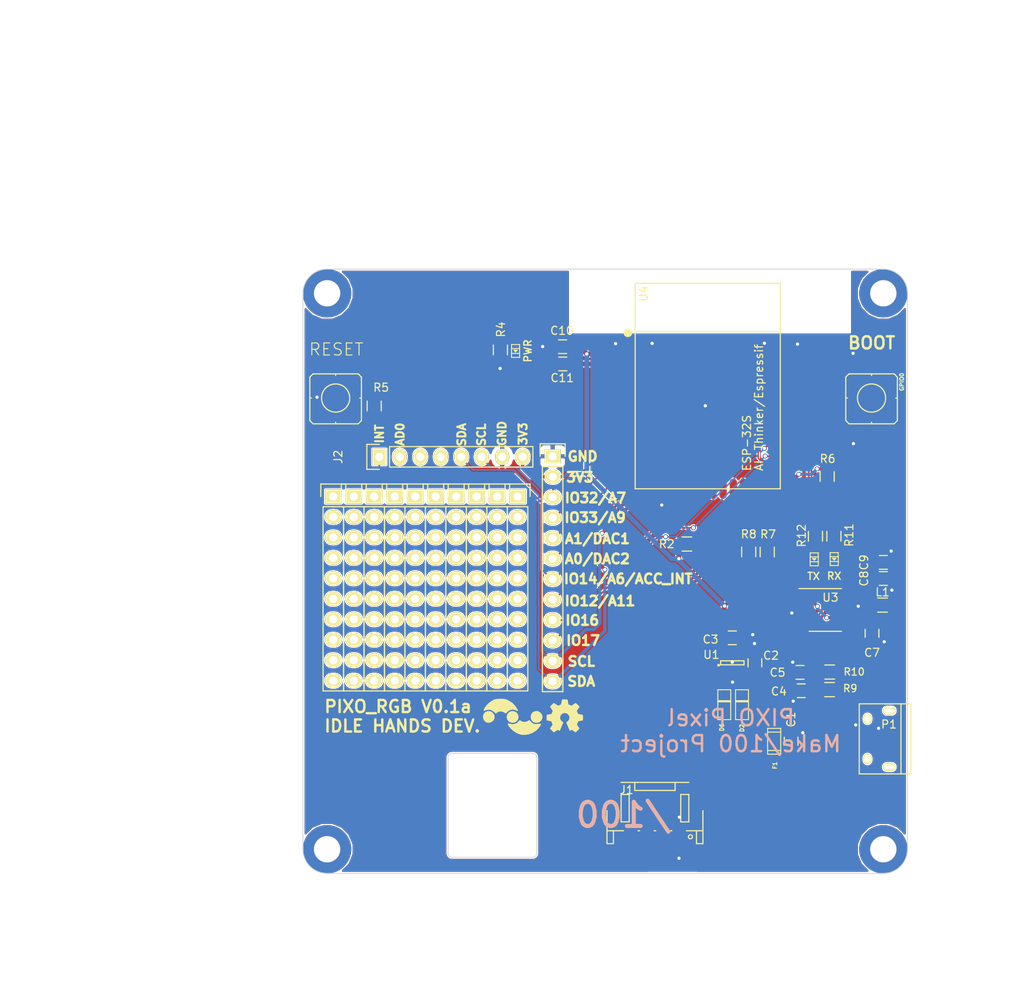
<source format=kicad_pcb>
(kicad_pcb (version 4) (host pcbnew 4.0.7)
  (title_block (title "Sensory Adaptation Robot") (date 2016-03-10) (rev 0.1a) (company "Idle Hands Dev.") (comment 1 "Sean Hodgins"))
  (layers (0 F.Cu signal) (31 B.Cu signal) (34 B.Paste user) (35 F.Paste user) (36 B.SilkS user) (37 F.SilkS user) (38 B.Mask user) (39 F.Mask user) (44 Edge.Cuts user))
  (net 0 "")
  (net 1 GND)
  (net 2 "Net-(C1-Pad2)")
  (net 3 "Net-(C2-Pad1)")
  (net 4 +3V3)
  (net 5 "Net-(C4-Pad2)")
  (net 6 "Net-(C5-Pad2)")
  (net 7 VUSB)
  (net 8 "Net-(D1-Pad1)")
  (net 9 "Net-(D3-Pad2)")
  (net 10 "Net-(D3-Pad1)")
  (net 11 "Net-(D4-Pad2)")
  (net 12 "Net-(D4-Pad1)")
  (net 13 VSPLY)
  (net 14 CKS)
  (net 15 SDS)
  (net 16 /A0_DAC2)
  (net 17 /A1_DAC1)
  (net 18 /GPIO13_A12)
  (net 19 /GPIO12_A11)
  (net 20 /GPIO33_A9)
  (net 21 /GPIO32_A7)
  (net 22 /GPIO15_A8)
  (net 23 "Net-(L1-Pad1)")
  (net 24 "Net-(P1-Pad4)")
  (net 25 "Net-(P1-Pad6)")
  (net 26 /GPIO2)
  (net 27 /GPIO0)
  (net 28 /RXESP)
  (net 29 "Net-(R7-Pad2)")
  (net 30 /TXESP)
  (net 31 "Net-(R8-Pad2)")
  (net 32 "Net-(R9-Pad1)")
  (net 33 "Net-(R10-Pad1)")
  (net 34 "Net-(U3-Pad2)")
  (net 35 "Net-(U3-Pad6)")
  (net 36 "Net-(U3-Pad15)")
  (net 37 "Net-(U3-Pad16)")
  (net 38 "Net-(U4-Pad33)")
  (net 39 "Net-(U4-Pad32)")
  (net 40 "Net-(U4-Pad29)")
  (net 41 "Net-(U4-Pad26)")
  (net 42 "Net-(U4-Pad22)")
  (net 43 "Net-(U4-Pad21)")
  (net 44 "Net-(U4-Pad20)")
  (net 45 "Net-(U4-Pad19)")
  (net 46 "Net-(U4-Pad18)")
  (net 47 "Net-(U4-Pad17)")
  (net 48 "Net-(U4-Pad12)")
  (net 49 "Net-(U4-Pad7)")
  (net 50 "Net-(U4-Pad6)")
  (net 51 "Net-(U4-Pad5)")
  (net 52 "Net-(U4-Pad4)")
  (net 53 /RESET)
  (net 54 INT)
  (net 55 AD0)
  (net 56 XCL)
  (net 57 XDA)
  (net 58 SCL)
  (net 59 SDA)
  (net 60 /GPIO16)
  (net 61 /GPIO17)
  (module idlehands_footprints:STANDOFF_3MM_6MMOD (layer F.Cu) (at 100 100)
    (fp_text reference REF** hide)
    (fp_text value STANDOFF_3MM hide)
    (pad 1 thru_hole circle (at 0 0) (size 6 6) (drill 3.2) (layers *.Cu *.Mask))
  )
  (module idlehands_footprints:STANDOFF_3MM_6MMOD (layer F.Cu) (at 100 169)
    (fp_text reference REF** hide)
    (fp_text value STANDOFF_3MM hide)
    (pad 1 thru_hole circle (at 0 0) (size 6 6) (drill 3.2) (layers *.Cu *.Mask))
  )
  (module idlehands_footprints:STANDOFF_3MM_6MMOD (layer F.Cu) (at 169 169)
    (fp_text reference REF** hide)
    (fp_text value STANDOFF_3MM hide)
    (pad 1 thru_hole circle (at 0 0) (size 6 6) (drill 3.2) (layers *.Cu *.Mask))
  )
  (module Pin_Headers:Pin_Header_Straight_1x10 (layer F.Cu) (at 123.63 125.22)
    (fp_text reference REF** hide)
    (fp_text value Pin_Header_Straight_1x10 hide)
    (pad 1 thru_hole rect (at 0 0) (size 2.032 1.7272) (drill 1.016) (layers *.Cu *.Mask F.SilkS))
    (pad 2 thru_hole oval (at 0 2.54) (size 2.032 1.7272) (drill 1.016) (layers *.Cu *.Mask F.SilkS))
    (pad 3 thru_hole oval (at 0 5.08) (size 2.032 1.7272) (drill 1.016) (layers *.Cu *.Mask F.SilkS))
    (pad 4 thru_hole oval (at 0 7.62) (size 2.032 1.7272) (drill 1.016) (layers *.Cu *.Mask F.SilkS))
    (pad 5 thru_hole oval (at 0 10.16) (size 2.032 1.7272) (drill 1.016) (layers *.Cu *.Mask F.SilkS))
    (pad 6 thru_hole oval (at 0 12.7) (size 2.032 1.7272) (drill 1.016) (layers *.Cu *.Mask F.SilkS))
    (pad 7 thru_hole oval (at 0 15.24) (size 2.032 1.7272) (drill 1.016) (layers *.Cu *.Mask F.SilkS))
    (pad 8 thru_hole oval (at 0 17.78) (size 2.032 1.7272) (drill 1.016) (layers *.Cu *.Mask F.SilkS))
    (pad 9 thru_hole oval (at 0 20.32) (size 2.032 1.7272) (drill 1.016) (layers *.Cu *.Mask F.SilkS))
    (pad 10 thru_hole oval (at 0 22.86) (size 2.032 1.7272) (drill 1.016) (layers *.Cu *.Mask F.SilkS))
  )
  (module Pin_Headers:Pin_Header_Straight_1x10 (layer F.Cu) (at 121.09 125.22)
    (fp_text reference REF** hide)
    (fp_text value Pin_Header_Straight_1x10 hide)
    (pad 1 thru_hole rect (at 0 0) (size 2.032 1.7272) (drill 1.016) (layers *.Cu *.Mask F.SilkS))
    (pad 2 thru_hole oval (at 0 2.54) (size 2.032 1.7272) (drill 1.016) (layers *.Cu *.Mask F.SilkS))
    (pad 3 thru_hole oval (at 0 5.08) (size 2.032 1.7272) (drill 1.016) (layers *.Cu *.Mask F.SilkS))
    (pad 4 thru_hole oval (at 0 7.62) (size 2.032 1.7272) (drill 1.016) (layers *.Cu *.Mask F.SilkS))
    (pad 5 thru_hole oval (at 0 10.16) (size 2.032 1.7272) (drill 1.016) (layers *.Cu *.Mask F.SilkS))
    (pad 6 thru_hole oval (at 0 12.7) (size 2.032 1.7272) (drill 1.016) (layers *.Cu *.Mask F.SilkS))
    (pad 7 thru_hole oval (at 0 15.24) (size 2.032 1.7272) (drill 1.016) (layers *.Cu *.Mask F.SilkS))
    (pad 8 thru_hole oval (at 0 17.78) (size 2.032 1.7272) (drill 1.016) (layers *.Cu *.Mask F.SilkS))
    (pad 9 thru_hole oval (at 0 20.32) (size 2.032 1.7272) (drill 1.016) (layers *.Cu *.Mask F.SilkS))
    (pad 10 thru_hole oval (at 0 22.86) (size 2.032 1.7272) (drill 1.016) (layers *.Cu *.Mask F.SilkS))
  )
  (module Pin_Headers:Pin_Header_Straight_1x10 (layer F.Cu) (at 118.55 125.22)
    (fp_text reference REF** hide)
    (fp_text value Pin_Header_Straight_1x10 hide)
    (pad 1 thru_hole rect (at 0 0) (size 2.032 1.7272) (drill 1.016) (layers *.Cu *.Mask F.SilkS))
    (pad 2 thru_hole oval (at 0 2.54) (size 2.032 1.7272) (drill 1.016) (layers *.Cu *.Mask F.SilkS))
    (pad 3 thru_hole oval (at 0 5.08) (size 2.032 1.7272) (drill 1.016) (layers *.Cu *.Mask F.SilkS))
    (pad 4 thru_hole oval (at 0 7.62) (size 2.032 1.7272) (drill 1.016) (layers *.Cu *.Mask F.SilkS))
    (pad 5 thru_hole oval (at 0 10.16) (size 2.032 1.7272) (drill 1.016) (layers *.Cu *.Mask F.SilkS))
    (pad 6 thru_hole oval (at 0 12.7) (size 2.032 1.7272) (drill 1.016) (layers *.Cu *.Mask F.SilkS))
    (pad 7 thru_hole oval (at 0 15.24) (size 2.032 1.7272) (drill 1.016) (layers *.Cu *.Mask F.SilkS))
    (pad 8 thru_hole oval (at 0 17.78) (size 2.032 1.7272) (drill 1.016) (layers *.Cu *.Mask F.SilkS))
    (pad 9 thru_hole oval (at 0 20.32) (size 2.032 1.7272) (drill 1.016) (layers *.Cu *.Mask F.SilkS))
    (pad 10 thru_hole oval (at 0 22.86) (size 2.032 1.7272) (drill 1.016) (layers *.Cu *.Mask F.SilkS))
  )
  (module Pin_Headers:Pin_Header_Straight_1x10 (layer F.Cu) (at 116.01 125.22)
    (fp_text reference REF** hide)
    (fp_text value Pin_Header_Straight_1x10 hide)
    (pad 1 thru_hole rect (at 0 0) (size 2.032 1.7272) (drill 1.016) (layers *.Cu *.Mask F.SilkS))
    (pad 2 thru_hole oval (at 0 2.54) (size 2.032 1.7272) (drill 1.016) (layers *.Cu *.Mask F.SilkS))
    (pad 3 thru_hole oval (at 0 5.08) (size 2.032 1.7272) (drill 1.016) (layers *.Cu *.Mask F.SilkS))
    (pad 4 thru_hole oval (at 0 7.62) (size 2.032 1.7272) (drill 1.016) (layers *.Cu *.Mask F.SilkS))
    (pad 5 thru_hole oval (at 0 10.16) (size 2.032 1.7272) (drill 1.016) (layers *.Cu *.Mask F.SilkS))
    (pad 6 thru_hole oval (at 0 12.7) (size 2.032 1.7272) (drill 1.016) (layers *.Cu *.Mask F.SilkS))
    (pad 7 thru_hole oval (at 0 15.24) (size 2.032 1.7272) (drill 1.016) (layers *.Cu *.Mask F.SilkS))
    (pad 8 thru_hole oval (at 0 17.78) (size 2.032 1.7272) (drill 1.016) (layers *.Cu *.Mask F.SilkS))
    (pad 9 thru_hole oval (at 0 20.32) (size 2.032 1.7272) (drill 1.016) (layers *.Cu *.Mask F.SilkS))
    (pad 10 thru_hole oval (at 0 22.86) (size 2.032 1.7272) (drill 1.016) (layers *.Cu *.Mask F.SilkS))
  )
  (module Pin_Headers:Pin_Header_Straight_1x10 (layer F.Cu) (at 113.47 125.22)
    (fp_text reference REF** hide)
    (fp_text value Pin_Header_Straight_1x10 hide)
    (pad 1 thru_hole rect (at 0 0) (size 2.032 1.7272) (drill 1.016) (layers *.Cu *.Mask F.SilkS))
    (pad 2 thru_hole oval (at 0 2.54) (size 2.032 1.7272) (drill 1.016) (layers *.Cu *.Mask F.SilkS))
    (pad 3 thru_hole oval (at 0 5.08) (size 2.032 1.7272) (drill 1.016) (layers *.Cu *.Mask F.SilkS))
    (pad 4 thru_hole oval (at 0 7.62) (size 2.032 1.7272) (drill 1.016) (layers *.Cu *.Mask F.SilkS))
    (pad 5 thru_hole oval (at 0 10.16) (size 2.032 1.7272) (drill 1.016) (layers *.Cu *.Mask F.SilkS))
    (pad 6 thru_hole oval (at 0 12.7) (size 2.032 1.7272) (drill 1.016) (layers *.Cu *.Mask F.SilkS))
    (pad 7 thru_hole oval (at 0 15.24) (size 2.032 1.7272) (drill 1.016) (layers *.Cu *.Mask F.SilkS))
    (pad 8 thru_hole oval (at 0 17.78) (size 2.032 1.7272) (drill 1.016) (layers *.Cu *.Mask F.SilkS))
    (pad 9 thru_hole oval (at 0 20.32) (size 2.032 1.7272) (drill 1.016) (layers *.Cu *.Mask F.SilkS))
    (pad 10 thru_hole oval (at 0 22.86) (size 2.032 1.7272) (drill 1.016) (layers *.Cu *.Mask F.SilkS))
  )
  (module Pin_Headers:Pin_Header_Straight_1x10 (layer F.Cu) (at 110.93 125.22)
    (fp_text reference REF** hide)
    (fp_text value Pin_Header_Straight_1x10 hide)
    (pad 1 thru_hole rect (at 0 0) (size 2.032 1.7272) (drill 1.016) (layers *.Cu *.Mask F.SilkS))
    (pad 2 thru_hole oval (at 0 2.54) (size 2.032 1.7272) (drill 1.016) (layers *.Cu *.Mask F.SilkS))
    (pad 3 thru_hole oval (at 0 5.08) (size 2.032 1.7272) (drill 1.016) (layers *.Cu *.Mask F.SilkS))
    (pad 4 thru_hole oval (at 0 7.62) (size 2.032 1.7272) (drill 1.016) (layers *.Cu *.Mask F.SilkS))
    (pad 5 thru_hole oval (at 0 10.16) (size 2.032 1.7272) (drill 1.016) (layers *.Cu *.Mask F.SilkS))
    (pad 6 thru_hole oval (at 0 12.7) (size 2.032 1.7272) (drill 1.016) (layers *.Cu *.Mask F.SilkS))
    (pad 7 thru_hole oval (at 0 15.24) (size 2.032 1.7272) (drill 1.016) (layers *.Cu *.Mask F.SilkS))
    (pad 8 thru_hole oval (at 0 17.78) (size 2.032 1.7272) (drill 1.016) (layers *.Cu *.Mask F.SilkS))
    (pad 9 thru_hole oval (at 0 20.32) (size 2.032 1.7272) (drill 1.016) (layers *.Cu *.Mask F.SilkS))
    (pad 10 thru_hole oval (at 0 22.86) (size 2.032 1.7272) (drill 1.016) (layers *.Cu *.Mask F.SilkS))
  )
  (module Pin_Headers:Pin_Header_Straight_1x10 (layer F.Cu) (at 108.39 125.22)
    (fp_text reference REF** hide)
    (fp_text value Pin_Header_Straight_1x10 hide)
    (pad 1 thru_hole rect (at 0 0) (size 2.032 1.7272) (drill 1.016) (layers *.Cu *.Mask F.SilkS))
    (pad 2 thru_hole oval (at 0 2.54) (size 2.032 1.7272) (drill 1.016) (layers *.Cu *.Mask F.SilkS))
    (pad 3 thru_hole oval (at 0 5.08) (size 2.032 1.7272) (drill 1.016) (layers *.Cu *.Mask F.SilkS))
    (pad 4 thru_hole oval (at 0 7.62) (size 2.032 1.7272) (drill 1.016) (layers *.Cu *.Mask F.SilkS))
    (pad 5 thru_hole oval (at 0 10.16) (size 2.032 1.7272) (drill 1.016) (layers *.Cu *.Mask F.SilkS))
    (pad 6 thru_hole oval (at 0 12.7) (size 2.032 1.7272) (drill 1.016) (layers *.Cu *.Mask F.SilkS))
    (pad 7 thru_hole oval (at 0 15.24) (size 2.032 1.7272) (drill 1.016) (layers *.Cu *.Mask F.SilkS))
    (pad 8 thru_hole oval (at 0 17.78) (size 2.032 1.7272) (drill 1.016) (layers *.Cu *.Mask F.SilkS))
    (pad 9 thru_hole oval (at 0 20.32) (size 2.032 1.7272) (drill 1.016) (layers *.Cu *.Mask F.SilkS))
    (pad 10 thru_hole oval (at 0 22.86) (size 2.032 1.7272) (drill 1.016) (layers *.Cu *.Mask F.SilkS))
  )
  (module Pin_Headers:Pin_Header_Straight_1x10 (layer F.Cu) (at 105.85 125.22)
    (fp_text reference REF** hide)
    (fp_text value Pin_Header_Straight_1x10 hide)
    (pad 1 thru_hole rect (at 0 0) (size 2.032 1.7272) (drill 1.016) (layers *.Cu *.Mask F.SilkS))
    (pad 2 thru_hole oval (at 0 2.54) (size 2.032 1.7272) (drill 1.016) (layers *.Cu *.Mask F.SilkS))
    (pad 3 thru_hole oval (at 0 5.08) (size 2.032 1.7272) (drill 1.016) (layers *.Cu *.Mask F.SilkS))
    (pad 4 thru_hole oval (at 0 7.62) (size 2.032 1.7272) (drill 1.016) (layers *.Cu *.Mask F.SilkS))
    (pad 5 thru_hole oval (at 0 10.16) (size 2.032 1.7272) (drill 1.016) (layers *.Cu *.Mask F.SilkS))
    (pad 6 thru_hole oval (at 0 12.7) (size 2.032 1.7272) (drill 1.016) (layers *.Cu *.Mask F.SilkS))
    (pad 7 thru_hole oval (at 0 15.24) (size 2.032 1.7272) (drill 1.016) (layers *.Cu *.Mask F.SilkS))
    (pad 8 thru_hole oval (at 0 17.78) (size 2.032 1.7272) (drill 1.016) (layers *.Cu *.Mask F.SilkS))
    (pad 9 thru_hole oval (at 0 20.32) (size 2.032 1.7272) (drill 1.016) (layers *.Cu *.Mask F.SilkS))
    (pad 10 thru_hole oval (at 0 22.86) (size 2.032 1.7272) (drill 1.016) (layers *.Cu *.Mask F.SilkS))
  )
  (module Pin_Headers:Pin_Header_Straight_1x10 (layer F.Cu) (at 103.31 125.22)
    (fp_text reference REF** hide)
    (fp_text value Pin_Header_Straight_1x10 hide)
    (pad 1 thru_hole rect (at 0 0) (size 2.032 1.7272) (drill 1.016) (layers *.Cu *.Mask F.SilkS))
    (pad 2 thru_hole oval (at 0 2.54) (size 2.032 1.7272) (drill 1.016) (layers *.Cu *.Mask F.SilkS))
    (pad 3 thru_hole oval (at 0 5.08) (size 2.032 1.7272) (drill 1.016) (layers *.Cu *.Mask F.SilkS))
    (pad 4 thru_hole oval (at 0 7.62) (size 2.032 1.7272) (drill 1.016) (layers *.Cu *.Mask F.SilkS))
    (pad 5 thru_hole oval (at 0 10.16) (size 2.032 1.7272) (drill 1.016) (layers *.Cu *.Mask F.SilkS))
    (pad 6 thru_hole oval (at 0 12.7) (size 2.032 1.7272) (drill 1.016) (layers *.Cu *.Mask F.SilkS))
    (pad 7 thru_hole oval (at 0 15.24) (size 2.032 1.7272) (drill 1.016) (layers *.Cu *.Mask F.SilkS))
    (pad 8 thru_hole oval (at 0 17.78) (size 2.032 1.7272) (drill 1.016) (layers *.Cu *.Mask F.SilkS))
    (pad 9 thru_hole oval (at 0 20.32) (size 2.032 1.7272) (drill 1.016) (layers *.Cu *.Mask F.SilkS))
    (pad 10 thru_hole oval (at 0 22.86) (size 2.032 1.7272) (drill 1.016) (layers *.Cu *.Mask F.SilkS))
  )
  (module Capacitors_SMD:C_0805 (layer F.Cu) (at 169 133.4 180)
    (fp_text reference C9 (at 2.4 0 270) (layer F.SilkS))
    (fp_text value 10uF hide)
    (pad 1 smd rect (at -1 0 180) (size 1 1.25) (layers F.Cu F.Paste F.Mask) (net 1 GND))
    (pad 2 smd rect (at 1 0 180) (size 1 1.25) (layers F.Cu F.Paste F.Mask) (net 7 VUSB))
  )
  (module Capacitors_SMD:C_0805 (layer F.Cu) (at 129.21 106.63 180)
    (fp_text reference C10 (at 0.08 1.99 360) (layer F.SilkS))
    (fp_text value 10uF hide)
    (pad 1 smd rect (at -1 0 180) (size 1 1.25) (layers F.Cu F.Paste F.Mask) (net 4 +3V3))
    (pad 2 smd rect (at 1 0 180) (size 1 1.25) (layers F.Cu F.Paste F.Mask) (net 1 GND))
  )
  (module idlehands_footprints:Led_0603 (layer F.Cu) (at 123.38 107.1593 270)
    (fp_text reference D1 hide)
    (fp_text value PWR (at -0.0093 -1.52 450) (layer F.SilkS) (effects (font (size 0.9 0.9) (thickness 0.17))))
    (pad 2 smd rect (at -0.7493 0 270) (size 0.79756 0.79756) (layers F.Cu F.Paste F.Mask) (net 4 +3V3))
    (pad 1 smd rect (at 0.7493 0 270) (size 0.79756 0.79756) (layers F.Cu F.Paste F.Mask) (net 8 "Net-(D1-Pad1)"))
  )
  (module idlehands_footprints:Led_0603 (layer F.Cu) (at 162.91 132.99 270)
    (fp_text reference D3 hide)
    (fp_text value RX (at 2.1 0.01 360) (layer F.SilkS) (effects (font (size 0.9 0.9) (thickness 0.17))))
    (pad 2 smd rect (at -0.7493 0 270) (size 0.79756 0.79756) (layers F.Cu F.Paste F.Mask) (net 9 "Net-(D3-Pad2)"))
    (pad 1 smd rect (at 0.7493 0 270) (size 0.79756 0.79756) (layers F.Cu F.Paste F.Mask) (net 10 "Net-(D3-Pad1)"))
  )
  (module idlehands_footprints:Led_0603 (layer F.Cu) (at 160.43 133.02 270)
    (fp_text reference D4 hide)
    (fp_text value TX (at 2.1 0.09 360) (layer F.SilkS) (effects (font (size 0.9 0.9) (thickness 0.17))))
    (pad 2 smd rect (at -0.7493 0 270) (size 0.79756 0.79756) (layers F.Cu F.Paste F.Mask) (net 11 "Net-(D4-Pad2)"))
    (pad 1 smd rect (at 0.7493 0 270) (size 0.79756 0.79756) (layers F.Cu F.Paste F.Mask) (net 12 "Net-(D4-Pad1)"))
  )
  (module idlehands_footprints:c_1206 (layer F.Cu) (at 155.46 155.6 90)
    (fp_text reference F1 (at -3 0.1 90) (layer F.SilkS) (effects (font (size 0.50038 0.50038) (thickness 0.11938))))
    (fp_text value 500mA hide)
    (pad 1 smd rect (at 1.397 0 90) (size 1.6002 1.8034) (layers F.Cu F.Paste F.Mask) (net 7 VUSB))
    (pad 2 smd rect (at -1.397 0 90) (size 1.6002 1.8034) (layers F.Cu F.Paste F.Mask) (net 2 "Net-(C1-Pad2)"))
  )
  (module Connectors_JST_PH:Connectors_JST_S4B-PH-SM4-TB (layer F.Cu) (at 140.67 164.93 180)
    (fp_text reference J1 (at 3.51 3.29 180) (layer F.SilkS))
    (fp_text value PIXO_CONN)
    (pad 1 smd rect (at -3 -2.775 180) (size 1 3.5) (layers F.Cu F.Paste F.Mask) (net 1 GND))
    (pad 2 smd rect (at -1 -2.775 180) (size 1 3.5) (layers F.Cu F.Paste F.Mask) (net 15 SDS))
    (pad 3 smd rect (at 1 -2.775 180) (size 1 3.5) (layers F.Cu F.Paste F.Mask) (net 14 CKS))
    (pad 4 smd rect (at 3 -2.775 180) (size 1 3.5) (layers F.Cu F.Paste F.Mask) (net 13 VSPLY))
    (pad "" smd rect (at -5.4 2.775 180) (size 1.6 3.4) (layers F.Cu F.Paste F.Mask))
    (pad "" smd rect (at 5.4 2.775 180) (size 1.6 3.4) (layers F.Cu F.Paste F.Mask))
  )
  (module Connect:USB_Micro-B (layer F.Cu) (at 168.6 155.3 90)
    (fp_text reference P1 (at 1.8 1.1 180) (layer F.SilkS))
    (fp_text value USB_OTG)
    (pad 1 smd rect (at -1.3009 -1.56254 180) (size 1.35 0.4) (layers F.Cu F.Paste F.Mask) (net 2 "Net-(C1-Pad2)"))
    (pad 2 smd rect (at -0.6509 -1.56254 180) (size 1.35 0.4) (layers F.Cu F.Paste F.Mask) (net 5 "Net-(C4-Pad2)"))
    (pad 3 smd rect (at -0.0009 -1.56254 180) (size 1.35 0.4) (layers F.Cu F.Paste F.Mask) (net 6 "Net-(C5-Pad2)"))
    (pad 4 smd rect (at 0.6491 -1.56254 180) (size 1.35 0.4) (layers F.Cu F.Paste F.Mask) (net 24 "Net-(P1-Pad4)"))
    (pad 5 smd rect (at 1.2991 -1.56254 180) (size 1.35 0.4) (layers F.Cu F.Paste F.Mask) (net 1 GND))
    (pad 0 thru_hole oval (at -2.5009 -1.56254 180) (size 0.95 1.25) (drill oval 0.55 0.85) (layers *.Cu *.Mask F.SilkS) (net 25 "Net-(P1-Pad6)"))
    (pad 0 thru_hole oval (at 2.4991 -1.56254 180) (size 0.95 1.25) (drill oval 0.55 0.85) (layers *.Cu *.Mask F.SilkS) (net 25 "Net-(P1-Pad6)"))
    (pad 0 thru_hole oval (at -3.5009 1.13746 180) (size 1.55 1) (drill oval 1.15 0.5) (layers *.Cu *.Mask F.SilkS) (net 25 "Net-(P1-Pad6)"))
    (pad 0 thru_hole oval (at 3.4991 1.13746 180) (size 1.55 1) (drill oval 1.15 0.5) (layers *.Cu *.Mask F.SilkS) (net 25 "Net-(P1-Pad6)"))
  )
  (module idlehands_footprints:PTS-LFS (layer F.Cu) (at 167.54 113 270)
    (fp_text reference SW2 hide)
    (fp_text value GPIO0 (at -2 -3.75 270) (layer F.SilkS) (effects (font (size 0.5 0.5) (thickness 0.125))))
    (pad 1 smd rect (at 3.975 2.25 270) (size 1.55 1.3) (layers F.Cu F.Paste F.Mask) (net 1 GND))
    (pad 2 smd rect (at 3.975 -2.25 270) (size 1.55 1.3) (layers F.Cu F.Paste F.Mask) (net 27 /GPIO0))
    (pad 2 smd rect (at -3.975 -2.25 270) (size 1.55 1.3) (layers F.Cu F.Paste F.Mask) (net 27 /GPIO0))
    (pad 1 smd rect (at -3.975 2.25 270) (size 1.55 1.3) (layers F.Cu F.Paste F.Mask) (net 1 GND))
  )
  (module idlehands_footprints:PTS-LFS (layer F.Cu) (at 101.06 113 270)
    (fp_text reference SW3 hide)
    (fp_text value RESET (at -6.03 -0.08 360) (layer F.SilkS) (effects (font (size 1.5 1.5) (thickness 0.125))))
    (pad 1 smd rect (at 3.975 2.25 270) (size 1.55 1.3) (layers F.Cu F.Paste F.Mask) (net 1 GND))
    (pad 2 smd rect (at 3.975 -2.25 270) (size 1.55 1.3) (layers F.Cu F.Paste F.Mask) (net 53 /RESET))
    (pad 2 smd rect (at -3.975 -2.25 270) (size 1.55 1.3) (layers F.Cu F.Paste F.Mask) (net 53 /RESET))
    (pad 1 smd rect (at -3.975 2.25 270) (size 1.55 1.3) (layers F.Cu F.Paste F.Mask) (net 1 GND))
  )
  (module TO_SOT_Packages_SMD:SOT-23-5 (layer F.Cu) (at 150.27 145.86 90)
    (fp_text reference U1 (at 1 -2.6 180) (layer F.SilkS))
    (fp_text value AP2112K-3.3V hide)
    (pad 1 smd rect (at -1.1 -0.95 90) (size 1.06 0.65) (layers F.Cu F.Paste F.Mask) (net 3 "Net-(C2-Pad1)"))
    (pad 2 smd rect (at -1.1 0 90) (size 1.06 0.65) (layers F.Cu F.Paste F.Mask) (net 1 GND))
    (pad 3 smd rect (at -1.1 0.95 90) (size 1.06 0.65) (layers F.Cu F.Paste F.Mask) (net 3 "Net-(C2-Pad1)"))
    (pad 4 smd rect (at 1.1 0.95 90) (size 1.06 0.65) (layers F.Cu F.Paste F.Mask))
    (pad 5 smd rect (at 1.1 -0.95 90) (size 1.06 0.65) (layers F.Cu F.Paste F.Mask) (net 4 +3V3))
  )
  (module Housings_SSOP:SSOP-16_3.9x4.9mm_Pitch0.635mm (layer F.Cu) (at 161.8 139.3)
    (fp_text reference U3 (at 0.64 -1.54) (layer F.SilkS))
    (fp_text value FT230XS hide)
    (pad 1 smd rect (at -2.6 -2.2225) (size 1.2 0.4) (layers F.Cu F.Paste F.Mask) (net 29 "Net-(R7-Pad2)"))
    (pad 2 smd rect (at -2.6 -1.5875) (size 1.2 0.4) (layers F.Cu F.Paste F.Mask) (net 34 "Net-(U3-Pad2)"))
    (pad 3 smd rect (at -2.6 -0.9525) (size 1.2 0.4) (layers F.Cu F.Paste F.Mask) (net 4 +3V3))
    (pad 4 smd rect (at -2.6 -0.3175) (size 1.2 0.4) (layers F.Cu F.Paste F.Mask) (net 31 "Net-(R8-Pad2)"))
    (pad 5 smd rect (at -2.6 0.3175) (size 1.2 0.4) (layers F.Cu F.Paste F.Mask) (net 1 GND))
    (pad 6 smd rect (at -2.6 0.9525) (size 1.2 0.4) (layers F.Cu F.Paste F.Mask) (net 35 "Net-(U3-Pad6)"))
    (pad 7 smd rect (at -2.6 1.5875) (size 1.2 0.4) (layers F.Cu F.Paste F.Mask) (net 12 "Net-(D4-Pad1)"))
    (pad 8 smd rect (at -2.6 2.2225) (size 1.2 0.4) (layers F.Cu F.Paste F.Mask) (net 33 "Net-(R10-Pad1)"))
    (pad 9 smd rect (at 2.6 2.2225) (size 1.2 0.4) (layers F.Cu F.Paste F.Mask) (net 32 "Net-(R9-Pad1)"))
    (pad 10 smd rect (at 2.6 1.5875) (size 1.2 0.4) (layers F.Cu F.Paste F.Mask) (net 4 +3V3))
    (pad 11 smd rect (at 2.6 0.9525) (size 1.2 0.4) (layers F.Cu F.Paste F.Mask) (net 4 +3V3))
    (pad 12 smd rect (at 2.6 0.3175) (size 1.2 0.4) (layers F.Cu F.Paste F.Mask) (net 23 "Net-(L1-Pad1)"))
    (pad 13 smd rect (at 2.6 -0.3175) (size 1.2 0.4) (layers F.Cu F.Paste F.Mask) (net 1 GND))
    (pad 14 smd rect (at 2.6 -0.9525) (size 1.2 0.4) (layers F.Cu F.Paste F.Mask) (net 10 "Net-(D3-Pad1)"))
    (pad 15 smd rect (at 2.6 -1.5875) (size 1.2 0.4) (layers F.Cu F.Paste F.Mask) (net 36 "Net-(U3-Pad15)"))
    (pad 16 smd rect (at 2.6 -2.2225) (size 1.2 0.4) (layers F.Cu F.Paste F.Mask) (net 37 "Net-(U3-Pad16)"))
  )
  (module ESP32:ESP-32S (layer F.Cu) (at 147.27 115.78)
    (fp_text reference U4 (at -8.002566 -15.737338 270) (layer F.SilkS))
    (fp_text value ESP-32S)
    (fp_text user AI-Thinker/Espressif (at 6.3 -1.6 90) (layer F.SilkS))
    (fp_text user ESP-32S (at 4.8 2.8 90) (layer F.SilkS))
    (pad 38 smd oval (at 8.947434 -9.517338 180) (size 2.5 0.9) (layers F.Cu F.Paste F.Mask) (net 1 GND))
    (pad 37 smd oval (at 8.947434 -8.247338 180) (size 2.5 0.9) (layers F.Cu F.Paste F.Mask) (net 59 SDA))
    (pad 36 smd oval (at 8.947434 -6.977338 180) (size 2.5 0.9) (layers F.Cu F.Paste F.Mask) (net 58 SCL))
    (pad 35 smd oval (at 8.947434 -5.707338 180) (size 2.5 0.9) (layers F.Cu F.Paste F.Mask) (net 30 /TXESP))
    (pad 34 smd oval (at 8.947434 -4.437338 180) (size 2.5 0.9) (layers F.Cu F.Paste F.Mask) (net 28 /RXESP))
    (pad 33 smd oval (at 8.947434 -3.167338 180) (size 2.5 0.9) (layers F.Cu F.Paste F.Mask) (net 38 "Net-(U4-Pad33)"))
    (pad 32 smd oval (at 8.947434 -1.897338 180) (size 2.5 0.9) (layers F.Cu F.Paste F.Mask) (net 39 "Net-(U4-Pad32)"))
    (pad 31 smd oval (at 8.947434 -0.627338 180) (size 2.5 0.9) (layers F.Cu F.Paste F.Mask) (net 15 SDS))
    (pad 30 smd oval (at 8.947434 0.642662 180) (size 2.5 0.9) (layers F.Cu F.Paste F.Mask) (net 14 CKS))
    (pad 29 smd oval (at 8.947434 1.912662 180) (size 2.5 0.9) (layers F.Cu F.Paste F.Mask) (net 40 "Net-(U4-Pad29)"))
    (pad 28 smd oval (at 8.947434 3.182662 180) (size 2.5 0.9) (layers F.Cu F.Paste F.Mask) (net 61 /GPIO17))
    (pad 27 smd oval (at 8.947434 4.452662 180) (size 2.5 0.9) (layers F.Cu F.Paste F.Mask) (net 60 /GPIO16))
    (pad 26 smd oval (at 8.947434 5.722662 180) (size 2.5 0.9) (layers F.Cu F.Paste F.Mask) (net 41 "Net-(U4-Pad26)"))
    (pad 25 smd oval (at 8.947434 6.992662 180) (size 2.5 0.9) (layers F.Cu F.Paste F.Mask) (net 27 /GPIO0))
    (pad 24 smd oval (at 5.662434 8.482662 180) (size 0.9 2.5) (layers F.Cu F.Paste F.Mask) (net 26 /GPIO2))
    (pad 23 smd oval (at 4.392434 8.482662 180) (size 0.9 2.5) (layers F.Cu F.Paste F.Mask) (net 22 /GPIO15_A8))
    (pad 22 smd oval (at 3.122434 8.482662 180) (size 0.9 2.5) (layers F.Cu F.Paste F.Mask) (net 42 "Net-(U4-Pad22)"))
    (pad 21 smd oval (at 1.852434 8.482662 180) (size 0.9 2.5) (layers F.Cu F.Paste F.Mask) (net 43 "Net-(U4-Pad21)"))
    (pad 20 smd oval (at 0.582434 8.482662 180) (size 0.9 2.5) (layers F.Cu F.Paste F.Mask) (net 44 "Net-(U4-Pad20)"))
    (pad 19 smd oval (at -0.687566 8.482662 180) (size 0.9 2.5) (layers F.Cu F.Paste F.Mask) (net 45 "Net-(U4-Pad19)"))
    (pad 18 smd oval (at -1.957566 8.482662 180) (size 0.9 2.5) (layers F.Cu F.Paste F.Mask) (net 46 "Net-(U4-Pad18)"))
    (pad 17 smd oval (at -3.227566 8.482662 180) (size 0.9 2.5) (layers F.Cu F.Paste F.Mask) (net 47 "Net-(U4-Pad17)"))
    (pad 16 smd oval (at -4.497566 8.482662 180) (size 0.9 2.5) (layers F.Cu F.Paste F.Mask) (net 18 /GPIO13_A12))
    (pad 15 smd oval (at -5.767566 8.482662 180) (size 0.9 2.5) (layers F.Cu F.Paste F.Mask) (net 1 GND))
    (pad 14 smd oval (at -9.052566 6.992662 180) (size 2.5 0.9) (layers F.Cu F.Paste F.Mask) (net 19 /GPIO12_A11))
    (pad 13 smd oval (at -9.052566 5.722662 180) (size 2.5 0.9) (layers F.Cu F.Paste F.Mask) (net 54 INT))
    (pad 12 smd oval (at -9.052566 4.452662 180) (size 2.5 0.9) (layers F.Cu F.Paste F.Mask) (net 48 "Net-(U4-Pad12)"))
    (pad 11 smd oval (at -9.052566 3.182662 180) (size 2.5 0.9) (layers F.Cu F.Paste F.Mask) (net 16 /A0_DAC2))
    (pad 10 smd oval (at -9.052566 1.912662 180) (size 2.5 0.9) (layers F.Cu F.Paste F.Mask) (net 17 /A1_DAC1))
    (pad 9 smd oval (at -9.052566 0.642662 180) (size 2.5 0.9) (layers F.Cu F.Paste F.Mask) (net 20 /GPIO33_A9))
    (pad 8 smd oval (at -9.052566 -0.627338 180) (size 2.5 0.9) (layers F.Cu F.Paste F.Mask) (net 21 /GPIO32_A7))
    (pad 7 smd oval (at -9.052566 -1.897338 180) (size 2.5 0.9) (layers F.Cu F.Paste F.Mask) (net 49 "Net-(U4-Pad7)"))
    (pad 6 smd oval (at -9.052566 -3.167338 180) (size 2.5 0.9) (layers F.Cu F.Paste F.Mask) (net 50 "Net-(U4-Pad6)"))
    (pad 5 smd oval (at -9.052566 -4.437338 180) (size 2.5 0.9) (layers F.Cu F.Paste F.Mask) (net 51 "Net-(U4-Pad5)"))
    (pad 4 smd oval (at -9.052566 -5.707338 180) (size 2.5 0.9) (layers F.Cu F.Paste F.Mask) (net 52 "Net-(U4-Pad4)"))
    (pad 3 smd oval (at -9.052566 -6.977338 180) (size 2.5 0.9) (layers F.Cu F.Paste F.Mask) (net 53 /RESET))
    (pad 2 smd oval (at -9.052566 -8.247338 180) (size 2.5 0.9) (layers F.Cu F.Paste F.Mask) (net 4 +3V3))
    (pad 1 smd oval (at -9.052566 -9.517338 180) (size 2.5 0.9) (layers F.Cu F.Paste F.Mask) (net 1 GND))
    (pad 39 smd rect (at -0.352566 -1.817338 180) (size 6 6) (layers F.Cu F.Paste F.Mask) (net 1 GND))
  )
  (module Capacitors_SMD:C_0805 (layer F.Cu) (at 157.56 155.6 270)
    (fp_text reference C1 (at -2.7 0 270) (layer F.SilkS))
    (fp_text value 0.1uF hide)
    (pad 1 smd rect (at -1 0 270) (size 1 1.25) (layers F.Cu F.Paste F.Mask) (net 1 GND))
    (pad 2 smd rect (at 1 0 270) (size 1 1.25) (layers F.Cu F.Paste F.Mask) (net 2 "Net-(C1-Pad2)"))
  )
  (module Capacitors_SMD:C_0805 (layer F.Cu) (at 153.07 145.86 90)
    (fp_text reference C2 (at 0.9 2 180) (layer F.SilkS))
    (fp_text value 1uF hide)
    (pad 1 smd rect (at -1 0 90) (size 1 1.25) (layers F.Cu F.Paste F.Mask) (net 3 "Net-(C2-Pad1)"))
    (pad 2 smd rect (at 1 0 90) (size 1 1.25) (layers F.Cu F.Paste F.Mask) (net 1 GND))
  )
  (module Capacitors_SMD:C_0805 (layer F.Cu) (at 150.27 142.76)
    (fp_text reference C3 (at -2.7 0.2 180) (layer F.SilkS))
    (fp_text value 2.2uF hide)
    (pad 1 smd rect (at -1 0) (size 1 1.25) (layers F.Cu F.Paste F.Mask) (net 4 +3V3))
    (pad 2 smd rect (at 1 0) (size 1 1.25) (layers F.Cu F.Paste F.Mask) (net 1 GND))
  )
  (module Capacitors_SMD:C_0805 (layer F.Cu) (at 158.82 149.33)
    (fp_text reference C4 (at -2.78 0.08) (layer F.SilkS))
    (fp_text value 47pF hide)
    (pad 1 smd rect (at -1 0) (size 1 1.25) (layers F.Cu F.Paste F.Mask) (net 1 GND))
    (pad 2 smd rect (at 1 0) (size 1 1.25) (layers F.Cu F.Paste F.Mask) (net 5 "Net-(C4-Pad2)"))
  )
  (module Capacitors_SMD:C_0805 (layer F.Cu) (at 158.67 147.05)
    (fp_text reference C5 (at -2.79 0.02) (layer F.SilkS))
    (fp_text value 47pF hide)
    (pad 1 smd rect (at -1 0) (size 1 1.25) (layers F.Cu F.Paste F.Mask) (net 1 GND))
    (pad 2 smd rect (at 1 0) (size 1 1.25) (layers F.Cu F.Paste F.Mask) (net 6 "Net-(C5-Pad2)"))
  )
  (module Capacitors_SMD:C_0805 (layer F.Cu) (at 167.6 142.2 90)
    (fp_text reference C7 (at -2.4 0 180) (layer F.SilkS))
    (fp_text value 0.1uF hide)
    (pad 1 smd rect (at -1 0 90) (size 1 1.25) (layers F.Cu F.Paste F.Mask) (net 1 GND))
    (pad 2 smd rect (at 1 0 90) (size 1 1.25) (layers F.Cu F.Paste F.Mask) (net 4 +3V3))
  )
  (module Capacitors_SMD:C_0805 (layer F.Cu) (at 169 135.4 180)
    (fp_text reference C8 (at 2.4 0 270) (layer F.SilkS))
    (fp_text value 0.1uF hide)
    (pad 1 smd rect (at -1 0 180) (size 1 1.25) (layers F.Cu F.Paste F.Mask) (net 1 GND))
    (pad 2 smd rect (at 1 0 180) (size 1 1.25) (layers F.Cu F.Paste F.Mask) (net 7 VUSB))
  )
  (module Capacitors_SMD:C_0805 (layer F.Cu) (at 129.24 108.77 180)
    (fp_text reference C11 (at 0.07 -1.74 360) (layer F.SilkS))
    (fp_text value 1uF hide)
    (pad 1 smd rect (at -1 0 180) (size 1 1.25) (layers F.Cu F.Paste F.Mask) (net 53 /RESET))
    (pad 2 smd rect (at 1 0 180) (size 1 1.25) (layers F.Cu F.Paste F.Mask) (net 1 GND))
  )
  (module Resistors_SMD:R_0805 (layer F.Cu) (at 144.63 131.12)
    (fp_text reference R2 (at -2.5 0) (layer F.SilkS))
    (fp_text value 10K hide)
    (pad 1 smd rect (at -0.95 0) (size 0.7 1.3) (layers F.Cu F.Paste F.Mask) (net 4 +3V3))
    (pad 2 smd rect (at 0.95 0) (size 0.7 1.3) (layers F.Cu F.Paste F.Mask) (net 26 /GPIO2))
  )
  (module Resistors_SMD:R_0805 (layer F.Cu) (at 121.5 107.03 270)
    (fp_text reference R4 (at -2.54 -0.06 270) (layer F.SilkS))
    (fp_text value 1K hide)
    (pad 1 smd rect (at -0.95 0 270) (size 0.7 1.3) (layers F.Cu F.Paste F.Mask) (net 8 "Net-(D1-Pad1)"))
    (pad 2 smd rect (at 0.95 0 270) (size 0.7 1.3) (layers F.Cu F.Paste F.Mask) (net 1 GND))
  )
  (module Resistors_SMD:R_0805 (layer F.Cu) (at 105.84 113.99 270)
    (fp_text reference R5 (at -2.29 -0.86 360) (layer F.SilkS))
    (fp_text value 10K hide)
    (pad 1 smd rect (at -0.95 0 270) (size 0.7 1.3) (layers F.Cu F.Paste F.Mask) (net 4 +3V3))
    (pad 2 smd rect (at 0.95 0 270) (size 0.7 1.3) (layers F.Cu F.Paste F.Mask) (net 53 /RESET))
  )
  (module Resistors_SMD:R_0805 (layer F.Cu) (at 162.03 122.74 90)
    (fp_text reference R6 (at 2.2 0.06 180) (layer F.SilkS))
    (fp_text value 1K hide)
    (pad 1 smd rect (at -0.95 0 90) (size 0.7 1.3) (layers F.Cu F.Paste F.Mask) (net 4 +3V3))
    (pad 2 smd rect (at 0.95 0 90) (size 0.7 1.3) (layers F.Cu F.Paste F.Mask) (net 27 /GPIO0))
  )
  (module Resistors_SMD:R_0805 (layer F.Cu) (at 154.6 132.11 270)
    (fp_text reference R7 (at -2.2 -0.1 360) (layer F.SilkS))
    (fp_text value 1K hide)
    (pad 1 smd rect (at -0.95 0 270) (size 0.7 1.3) (layers F.Cu F.Paste F.Mask) (net 28 /RXESP))
    (pad 2 smd rect (at 0.95 0 270) (size 0.7 1.3) (layers F.Cu F.Paste F.Mask) (net 29 "Net-(R7-Pad2)"))
  )
  (module Resistors_SMD:R_0805 (layer F.Cu) (at 152.3 132.1 270)
    (fp_text reference R8 (at -2.2 0 360) (layer F.SilkS))
    (fp_text value 1K hide)
    (pad 1 smd rect (at -0.95 0 270) (size 0.7 1.3) (layers F.Cu F.Paste F.Mask) (net 30 /TXESP))
    (pad 2 smd rect (at 0.95 0 270) (size 0.7 1.3) (layers F.Cu F.Paste F.Mask) (net 31 "Net-(R8-Pad2)"))
  )
  (module Resistors_SMD:R_0805 (layer F.Cu) (at 162.33 149.19 180)
    (fp_text reference R9 (at -2.56 0.15 360) (layer F.SilkS) (effects (font (size 0.9 0.9))))
    (fp_text value 27R hide)
    (pad 1 smd rect (at -0.95 0 180) (size 0.7 1.3) (layers F.Cu F.Paste F.Mask) (net 32 "Net-(R9-Pad1)"))
    (pad 2 smd rect (at 0.95 0 180) (size 0.7 1.3) (layers F.Cu F.Paste F.Mask) (net 5 "Net-(C4-Pad2)"))
  )
  (module Resistors_SMD:R_0805 (layer F.Cu) (at 162.35 147.01 180)
    (fp_text reference R10 (at -3.03 0.03 360) (layer F.SilkS) (effects (font (size 0.9 0.9))))
    (fp_text value 27R hide)
    (pad 1 smd rect (at -0.95 0 180) (size 0.7 1.3) (layers F.Cu F.Paste F.Mask) (net 33 "Net-(R10-Pad1)"))
    (pad 2 smd rect (at 0.95 0 180) (size 0.7 1.3) (layers F.Cu F.Paste F.Mask) (net 6 "Net-(C5-Pad2)"))
  )
  (module Resistors_SMD:R_0805 (layer F.Cu) (at 162.87 130.15 270)
    (fp_text reference R11 (at -0.14 -1.89 450) (layer F.SilkS))
    (fp_text value 1K hide)
    (pad 1 smd rect (at -0.95 0 270) (size 0.7 1.3) (layers F.Cu F.Paste F.Mask) (net 7 VUSB))
    (pad 2 smd rect (at 0.95 0 270) (size 0.7 1.3) (layers F.Cu F.Paste F.Mask) (net 9 "Net-(D3-Pad2)"))
  )
  (module Resistors_SMD:R_0805 (layer F.Cu) (at 160.58 130.15 270)
    (fp_text reference R12 (at -0.08 1.72 270) (layer F.SilkS))
    (fp_text value 1K hide)
    (pad 1 smd rect (at -0.95 0 270) (size 0.7 1.3) (layers F.Cu F.Paste F.Mask) (net 7 VUSB))
    (pad 2 smd rect (at 0.95 0 270) (size 0.7 1.3) (layers F.Cu F.Paste F.Mask) (net 11 "Net-(D4-Pad2)"))
  )
  (module idlehands_footprints:sod323 (layer F.Cu) (at 151.47 151.06 90)
    (fp_text reference D2 (at -2.9 0 90) (layer F.SilkS) (effects (font (size 0.5 0.5) (thickness 0.125))))
    (fp_text value BAT20J hide)
    (pad 2 smd rect (at -1.45 0 90) (size 1.5 1.2) (layers F.Cu F.Paste F.Mask) (net 7 VUSB))
    (pad 1 smd rect (at 1.45 0 90) (size 1.5 1.2) (layers F.Cu F.Paste F.Mask) (net 3 "Net-(C2-Pad1)"))
  )
  (module idlehands_footprints:sod323 (layer F.Cu) (at 149.27 151.06 90)
    (fp_text reference D6 (at -2.8 -0.3 90) (layer F.SilkS) (effects (font (size 0.5 0.5) (thickness 0.125))))
    (fp_text value BAT20J hide)
    (pad 2 smd rect (at -1.45 0 90) (size 1.5 1.2) (layers F.Cu F.Paste F.Mask) (net 13 VSPLY))
    (pad 1 smd rect (at 1.45 0 90) (size 1.5 1.2) (layers F.Cu F.Paste F.Mask) (net 3 "Net-(C2-Pad1)"))
  )
  (module Resistors_SMD:R_0805 (layer F.Cu) (at 168.9 138.7)
    (fp_text reference L1 (at 0 -1.6) (layer F.SilkS))
    (fp_text value FB hide)
    (pad 1 smd rect (at -0.95 0) (size 0.7 1.3) (layers F.Cu F.Paste F.Mask) (net 23 "Net-(L1-Pad1)"))
    (pad 2 smd rect (at 0.95 0) (size 0.7 1.3) (layers F.Cu F.Paste F.Mask) (net 7 VUSB))
  )
  (module Pin_Headers:Pin_Header_Straight_1x12 (layer F.Cu) (at 127.98 120.23)
    (fp_text reference P2 hide)
    (fp_text value GPIO)
    (pad 1 thru_hole rect (at 0 0) (size 2.032 1.7272) (drill 1.016) (layers *.Cu *.Mask F.SilkS) (net 1 GND))
    (pad 2 thru_hole oval (at 0 2.54) (size 2.032 1.7272) (drill 1.016) (layers *.Cu *.Mask F.SilkS) (net 4 +3V3))
    (pad 3 thru_hole oval (at 0 5.08) (size 2.032 1.7272) (drill 1.016) (layers *.Cu *.Mask F.SilkS) (net 21 /GPIO32_A7))
    (pad 4 thru_hole oval (at 0 7.62) (size 2.032 1.7272) (drill 1.016) (layers *.Cu *.Mask F.SilkS) (net 20 /GPIO33_A9))
    (pad 5 thru_hole oval (at 0 10.16) (size 2.032 1.7272) (drill 1.016) (layers *.Cu *.Mask F.SilkS) (net 17 /A1_DAC1))
    (pad 6 thru_hole oval (at 0 12.7) (size 2.032 1.7272) (drill 1.016) (layers *.Cu *.Mask F.SilkS) (net 16 /A0_DAC2))
    (pad 7 thru_hole oval (at 0 15.24) (size 2.032 1.7272) (drill 1.016) (layers *.Cu *.Mask F.SilkS) (net 54 INT))
    (pad 8 thru_hole oval (at 0 17.78) (size 2.032 1.7272) (drill 1.016) (layers *.Cu *.Mask F.SilkS) (net 19 /GPIO12_A11))
    (pad 9 thru_hole oval (at 0 20.32) (size 2.032 1.7272) (drill 1.016) (layers *.Cu *.Mask F.SilkS) (net 60 /GPIO16))
    (pad 10 thru_hole oval (at 0 22.86) (size 2.032 1.7272) (drill 1.016) (layers *.Cu *.Mask F.SilkS) (net 61 /GPIO17))
    (pad 11 thru_hole oval (at 0 25.4) (size 2.032 1.7272) (drill 1.016) (layers *.Cu *.Mask F.SilkS) (net 58 SCL))
    (pad 12 thru_hole oval (at 0 27.94) (size 2.032 1.7272) (drill 1.016) (layers *.Cu *.Mask F.SilkS) (net 59 SDA))
  )
  (module Pin_Headers:Pin_Header_Straight_1x10 (layer F.Cu) (at 100.77 125.22)
    (fp_text reference REF** hide)
    (fp_text value Pin_Header_Straight_1x10 hide)
    (pad 1 thru_hole rect (at 0 0) (size 2.032 1.7272) (drill 1.016) (layers *.Cu *.Mask F.SilkS))
    (pad 2 thru_hole oval (at 0 2.54) (size 2.032 1.7272) (drill 1.016) (layers *.Cu *.Mask F.SilkS))
    (pad 3 thru_hole oval (at 0 5.08) (size 2.032 1.7272) (drill 1.016) (layers *.Cu *.Mask F.SilkS))
    (pad 4 thru_hole oval (at 0 7.62) (size 2.032 1.7272) (drill 1.016) (layers *.Cu *.Mask F.SilkS))
    (pad 5 thru_hole oval (at 0 10.16) (size 2.032 1.7272) (drill 1.016) (layers *.Cu *.Mask F.SilkS))
    (pad 6 thru_hole oval (at 0 12.7) (size 2.032 1.7272) (drill 1.016) (layers *.Cu *.Mask F.SilkS))
    (pad 7 thru_hole oval (at 0 15.24) (size 2.032 1.7272) (drill 1.016) (layers *.Cu *.Mask F.SilkS))
    (pad 8 thru_hole oval (at 0 17.78) (size 2.032 1.7272) (drill 1.016) (layers *.Cu *.Mask F.SilkS))
    (pad 9 thru_hole oval (at 0 20.32) (size 2.032 1.7272) (drill 1.016) (layers *.Cu *.Mask F.SilkS))
    (pad 10 thru_hole oval (at 0 22.86) (size 2.032 1.7272) (drill 1.016) (layers *.Cu *.Mask F.SilkS))
  )
  (module idlehands_footprints:STANDOFF_3MM_6MMOD (layer F.Cu) (at 169 100)
    (fp_text reference REF** hide)
    (fp_text value STANDOFF_3MM hide)
    (pad 1 thru_hole circle (at 0 0) (size 6 6) (drill 3.2) (layers *.Cu *.Mask))
  )
  (module idlehands_footprints:IdlehandsdevLogo (layer F.Cu) (at 123 152.5)
    (fp_text reference G*** hide)
    (fp_text value LOGO hide)
  )
  (module idlehands_footprints:OSHLogo (layer F.Cu) (at 129.5 152.5)
    (fp_text reference G*** hide)
    (fp_text value LOGO hide)
  )
  (module idlehands_footprints:SH_LOGO (layer F.Cu) (at 160.75 167.9)
    (fp_text reference G*** hide)
    (fp_text value LOGO hide)
  )
  (module idlehands_footprints:SH_LOGOcu (layer F.Cu) (at 160.8 167.9)
    (fp_text reference G*** hide)
    (fp_text value LOGO hide)
    (fp_poly (pts (xy -0.966646 -2.361155) (xy -0.948879 -2.360407) (xy -0.84604 -2.355022) (xy -0.739541 -2.297778) (xy -0.674771 -2.261873) (xy -0.622761 -2.230414) (xy -0.581522 -2.20198) (xy -0.549062 -2.175151) (xy -0.523389 -2.148508) (xy -0.514141 -2.137016) (xy -0.494586 -2.109271) (xy -0.480605 -2.085298) (xy -0.473268 -2.067503) (xy -0.473645 -2.058293) (xy -0.479136 -2.058268) (xy -0.496428 -2.063406) (xy -0.525867 -2.070616) (xy -0.563974 -2.079172) (xy -0.607268 -2.088346) (xy -0.65227 -2.097414) (xy -0.695501 -2.105647) (xy -0.73348 -2.112319) (xy -0.751789 -2.115196) (xy -0.930469 -2.13493) (xy -1.119725 -2.143181) (xy -1.319217 -2.139994) (xy -1.528603 -2.12541) (xy -1.747543 -2.099474) (xy -1.975697 -2.062228) (xy -2.212723 -2.013717) (xy -2.458281 -1.953982) (xy -2.712031 -1.883068) (xy -2.806394 -1.854478) (xy -2.871596 -1.833942) (xy -2.940851 -1.811442) (xy -3.012659 -1.787523) (xy -3.085515 -1.762732) (xy -3.157918 -1.737613) (xy -3.228364 -1.712712) (xy -3.295352 -1.688575) (xy -3.357378 -1.665747) (xy -3.412941 -1.644773) (xy -3.460537 -1.626198) (xy -3.498664 -1.610569) (xy -3.52582 -1.59843) (xy -3.540502 -1.590328) (xy -3.542479 -1.587274) (xy -3.532993 -1.583035) (xy -3.509509 -1.574386) (xy -3.473168 -1.561704) (xy -3.425109 -1.545362) (xy -3.366472 -1.525737) (xy -3.298396 -1.503203) (xy -3.222021 -1.478137) (xy -3.138486 -1.450912) (xy -3.048932 -1.421904) (xy -2.954498 -1.391489) (xy -2.856323 -1.360042) (xy -2.755547 -1.327937) (xy -2.734686 -1.321313) (xy -2.547969 -1.261696) (xy -2.375432 -1.205797) (xy -2.215933 -1.153188) (xy -2.068328 -1.103439) (xy -1.931475 -1.05612) (xy -1.804231 -1.010801) (xy -1.685453 -0.967054) (xy -1.573997 -0.924448) (xy -1.468721 -0.882554) (xy -1.368483 -0.840941) (xy -1.272138 -0.799182) (xy -1.178545 -0.756845) (xy -1.08656 -0.713501) (xy -0.99504 -0.668722) (xy -0.98425 -0.663339) (xy -0.774484 -0.552525) (xy -0.579843 -0.437329) (xy -0.400167 -0.317646) (xy -0.235294 -0.193372) (xy -0.150813 -0.122981) (xy -0.103199 -0.08042) (xy -0.050857 -0.031239) (xy 0.003055 0.021401) (xy 0.055374 0.074342) (xy 0.102943 0.124423) (xy 0.142599 0.168485) (xy 0.153577 0.181365) (xy 0.202406 0.239699) (xy 0.265906 0.235586) (xy 0.298368 0.231863) (xy 0.340745 0.224699) (xy 0.387712 0.215098) (xy 0.433945 0.204068) (xy 0.437109 0.203244) (xy 0.482555 0.192226) (xy 0.53032 0.182176) (xy 0.577553 0.173529) (xy 0.621401 0.166717) (xy 0.659012 0.162173) (xy 0.687535 0.160332) (xy 0.704116 0.161625) (xy 0.705933 0.162407) (xy 0.712677 0.164011) (xy 0.717064 0.157851) (xy 0.719212 0.142235) (xy 0.719239 0.115469) (xy 0.717264 0.075859) (xy 0.714626 0.037874) (xy 0.70901 -0.031271) (xy 0.702531 -0.097255) (xy 0.694828 -0.162188) (xy 0.685543 -0.228178) (xy 0.674317 -0.297335) (xy 0.660791 -0.371767) (xy 0.644606 -0.453583) (xy 0.625402 -0.544893) (xy 0.602822 -0.647806) (xy 0.582608 -0.737599) (xy 0.564926 -0.816538) (xy 0.548381 -0.892432) (xy 0.533316 -0.963562) (xy 0.520075 -1.028209) (xy 0.509001 -1.084656) (xy 0.500437 -1.131184) (xy 0.494727 -1.166076) (xy 0.492214 -1.187612) (xy 0.492125 -1.190425) (xy 0.499626 -1.202741) (xy 0.520406 -1.214787) (xy 0.551876 -1.225773) (xy 0.591448 -1.234907) (xy 0.636533 -1.2414) (xy 0.66675 -1.243785) (xy 0.725432 -1.243872) (xy 0.773691 -1.236153) (xy 0.815685 -1.219101) (xy 0.85557 -1.19119) (xy 0.885292 -1.163539) (xy 0.916455 -1.128766) (xy 0.94454 -1.089907) (xy 0.969827 -1.045865) (xy 0.992598 -0.995545) (xy 1.013135 -0.937854) (xy 1.031719 -0.871695) (xy 1.04863 -0.795974) (xy 1.064152 -0.709596) (xy 1.078564 -0.611466) (xy 1.092149 -0.500489) (xy 1.105188 -0.37557) (xy 1.114973 -0.269875) (xy 1.120638 -0.206786) (xy 1.126385 -0.144569) (xy 1.131922 -0.086232) (xy 1.136962 -0.03478) (xy 1.141214 0.006778) (xy 1.144312 0.034792) (xy 1.15365 0.113241) (xy 1.285247 0.108665) (xy 1.416597 0.099752) (xy 1.543843 0.083039) (xy 1.623622 0.071431) (xy 1.701567 0.063738) (xy 1.785264 0.059267) (xy 1.813718 0.058423) (xy 1.956593 0.054859) (xy 1.955679 -0.014243) (xy 1.954897 -0.039472) (xy 1.95294 -0.064319) (xy 1.949363 -0.090652) (xy 1.94372 -0.120341) (xy 1.935563 -0.155253) (xy 1.924447 -0.197257) (xy 1.909926 -0.248221) (xy 1.891552 -0.310014) (xy 1.86888 -0.384505) (xy 1.861427 -0.408782) (xy 1.837093 -0.488154) (xy 1.816957 -0.554424) (xy 1.800449 -0.609634) (xy 1.786997 -0.655824) (xy 1.776031 -0.695035) (xy 1.766981 -0.729307) (xy 1.759275 -0.760681) (xy 1.752345 -0.791197) (xy 1.745618 -0.822897) (xy 1.745542 -0.823265) (xy 1.736465 -0.876713) (xy 1.730367 -0.93266) (xy 1.727359 -0.987432) (xy 1.727551 -1.037354) (xy 1.731055 -1.078749) (xy 1.737066 -1.105499) (xy 1.759882 -1.14935) (xy 1.792047 -1.181877) (xy 1.831204 -1.202481) (xy 1.875 -1.210564) (xy 1.921077 -1.205528) (xy 1.967082 -1.186775) (xy 1.991775 -1.170185) (xy 2.030993 -1.133894) (xy 2.068615 -1.087097) (xy 2.10486 -1.029213) (xy 2.139949 -0.959657) (xy 2.174102 -0.877847) (xy 2.207537 -0.783199) (xy 2.240474 -0.67513) (xy 2.273134 -0.553059) (xy 2.305735 -0.4164) (xy 2.338498 -0.264571) (xy 2.345078 -0.232389) (xy 2.355662 -0.180388) (xy 2.365457 -0.132652) (xy 2.373936 -0.091712) (xy 2.380574 -0.060101) (xy 2.384845 -0.040351) (xy 2.385873 -0.035936) (xy 2.389042 -0.026274) (xy 2.394844 -0.020355) (xy 2.40663 -0.017268) (xy 2.427756 -0.016102) (xy 2.459501 -0.015945) (xy 2.543935 -0.017514) (xy 2.632397 -0.022183) (xy 2.726293 -0.030146) (xy 2.827027 -0.041596) (xy 2.936003 -0.056728) (xy 3.054627 -0.075736) (xy 3.184302 -0.098814) (xy 3.326434 -0.126155) (xy 3.472656 -0.155919) (xy 3.613484 -0.184741) (xy 3.739141 -0.209435) (xy 3.849598 -0.229994) (xy 3.944826 -0.246414) (xy 4.024795 -0.258689) (xy 4.089476 -0.266814) (xy 4.096968 -0.267586) (xy 4.165656 -0.274449) (xy 4.170026 -0.24752) (xy 4.172149 -0.221189) (xy 4.169194 -0.19361) (xy 4.160325 -0.160835) (xy 4.144707 -0.118917) (xy 4.14082 -0.109379) (xy 4.126882 -0.077609) (xy 4.115692 -0.058012) (xy 4.105208 -0.047625) (xy 4.09575 -0.043909) (xy 4.074649 -0.040169) (xy 4.039174 -0.034748) (xy 3.990717 -0.027821) (xy 3.930669 -0.019561) (xy 3.860423 -0.010145) (xy 3.78137 0.000253) (xy 3.694903 0.01146) (xy 3.602412 0.023299) (xy 3.50529 0.035596) (xy 3.404929 0.048177) (xy 3.302721 0.060866) (xy 3.200058 0.07349) (xy 3.098331 0.085872) (xy 2.998933 0.097839) (xy 2.903255 0.109216) (xy 2.812689 0.119828) (xy 2.728627 0.129501) (xy 2.652461 0.138059) (xy 2.6035 0.14341) (xy 2.555858 0.148625) (xy 2.513966 0.153367) (xy 2.480249 0.15735) (xy 2.457133 0.160285) (xy 2.447044 0.161886) (xy 2.44681 0.161986) (xy 2.4486 0.169737) (xy 2.454697 0.190285) (xy 2.46439 0.221365) (xy 2.476972 0.260712) (xy 2.491732 0.306061) (xy 2.495684 0.318085) (xy 2.516489 0.382898) (xy 2.536434 0.448673) (xy 2.556057 0.517471) (xy 2.575891 0.591348) (xy 2.596474 0.672366) (xy 2.618341 0.762582) (xy 2.642027 0.864055) (xy 2.668068 0.978845) (xy 2.671058 0.992187) (xy 2.696139 1.103479) (xy 2.718523 1.201066) (xy 2.738666 1.286804) (xy 2.757028 1.362545) (xy 2.774066 1.430143) (xy 2.790238 1.491454) (xy 2.806001 1.54833) (xy 2.821815 1.602625) (xy 2.821966 1.603133) (xy 2.838465 1.656718) (xy 2.853825 1.701774) (xy 2.869834 1.742377) (xy 2.88828 1.782603) (xy 2.910951 1.826528) (xy 2.939634 1.878226) (xy 2.952638 1.901031) (xy 2.989373 1.969597) (xy 3.015458 2.029359) (xy 3.031522 2.082689) (xy 3.038193 2.131955) (xy 3.036099 2.179529) (xy 3.032316 2.201736) (xy 3.022425 2.237902) (xy 3.008916 2.260818) (xy 2.988837 2.273097) (xy 2.959239 2.277349) (xy 2.946796 2.277435) (xy 2.914193 2.274887) (xy 2.882004 2.269093) (xy 2.868011 2.265064) (xy 2.842568 2.252688) (xy 2.814457 2.234156) (xy 2.800542 2.222924) (xy 2.787837 2.211399) (xy 2.776287 2.199896) (xy 2.765318 2.187234) (xy 2.754356 2.172228) (xy 2.742827 2.153696) (xy 2.730159 2.130454) (xy 2.715777 2.10132) (xy 2.699108 2.065111) (xy 2.679578 2.020643) (xy 2.656613 1.966733) (xy 2.629641 1.902199) (xy 2.598086 1.825857) (xy 2.561376 1.736524) (xy 2.543128 1.69203) (xy 2.513146 1.617804) (xy 2.482328 1.539234) (xy 2.450101 1.45477) (xy 2.415894 1.362858) (xy 2.379137 1.261948) (xy 2.339257 1.150486) (xy 2.295683 1.026922) (xy 2.250354 0.896937) (xy 2.209282 0.778913) (xy 2.170742 0.668746) (xy 2.135133 0.567563) (xy 2.102857 0.476492) (xy 2.074314 0.396662) (xy 2.049904 0.329199) (xy 2.030027 0.275232) (xy 2.02392 0.258959) (xy 2.006303 0.212324) (xy 1.965573 0.217434) (xy 1.94752 0.21959) (xy 1.916021 0.223233) (xy 1.873407 0.228099) (xy 1.82201 0.233923) (xy 1.764162 0.24044) (xy 1.702194 0.247386) (xy 1.678781 0.250001) (xy 1.610367 0.257751) (xy 1.540282 0.265901) (xy 1.471941 0.274036) (xy 1.408761 0.281747) (xy 1.354154 0.28862) (xy 1.311538 0.294244) (xy 1.307703 0.294772) (xy 1.182687 0.312086) (xy 1.182687 0.357911) (xy 1.184095 0.380964) (xy 1.187994 0.41598) (xy 1.193898 0.45933) (xy 1.201323 0.507384) (xy 1.207745 0.545165) (xy 1.219326 0.615251) (xy 1.22724 0.675566) (xy 1.232069 0.731633) (xy 1.2344 0.788974) (xy 1.234584 0.798936) (xy 1.235613 0.840079) (xy 1.237212 0.875816) (xy 1.239189 0.903003) (xy 1.24135 0.918498) (xy 1.242073 0.920514) (xy 1.250525 0.928085) (xy 1.269688 0.942368) (xy 1.296928 0.961477) (xy 1.329609 0.983532) (xy 1.338218 0.989217) (xy 1.396402 1.030702) (xy 1.440337 1.070071) (xy 1.471123 1.10925) (xy 1.489864 1.150166) (xy 1.497659 1.194746) (xy 1.495612 1.244917) (xy 1.493365 1.260598) (xy 1.478597 1.303248) (xy 1.449663 1.341059) (xy 1.407945 1.372417) (xy 1.389647 1.382012) (xy 1.350776 1.394618) (xy 1.300919 1.401975) (xy 1.244136 1.403889) (xy 1.184489 1.400165) (xy 1.141784 1.393835) (xy 1.111088 1.387286) (xy 1.073547 1.378119) (xy 1.032282 1.367234) (xy 0.990416 1.355531) (xy 0.951071 1.34391) (xy 0.917369 1.33327) (xy 0.892433 1.324512) (xy 0.879384 1.318535) (xy 0.878726 1.318012) (xy 0.873968 1.307138) (xy 0.867254 1.282704) (xy 0.858999 1.246846) (xy 0.849618 1.201701) (xy 0.839527 1.149405) (xy 0.82914 1.092096) (xy 0.818872 1.03191) (xy 0.809137 0.970983) (xy 0.801886 0.922261) (xy 0.796207 0.880444) (xy 0.789844 0.829885) (xy 0.783066 0.773106) (xy 0.776142 0.712626) (xy 0.769341 0.650967) (xy 0.762933 0.590647) (xy 0.757186 0.534188) (xy 0.75237 0.48411) (xy 0.748755 0.442933) (xy 0.746609 0.413178) (xy 0.746125 0.400241) (xy 0.741903 0.395897) (xy 0.727685 0.395895) (xy 0.701145 0.400313) (xy 0.692546 0.402069) (xy 0.671346 0.406899) (xy 0.639992 0.414556) (xy 0.601117 0.424348) (xy 0.557351 0.435583) (xy 0.511326 0.447566) (xy 0.465673 0.459607) (xy 0.423024 0.471011) (xy 0.386011 0.481087) (xy 0.357264 0.489141) (xy 0.339415 0.494481) (xy 0.334805 0.496241) (xy 0.336534 0.503964) (xy 0.343834 0.520866) (xy 0.348564 0.530468) (xy 0.373754 0.592166) (xy 0.393019 0.664907) (xy 0.405914 0.744834) (xy 0.411994 0.82809) (xy 0.410814 0.910819) (xy 0.401928 0.989163) (xy 0.401694 0.990513) (xy 0.372062 1.115721) (xy 0.327672 1.239386) (xy 0.269642 1.359847) (xy 0.199088 1.475441) (xy 0.117128 1.584509) (xy 0.024878 1.685389) (xy -0.076544 1.776418) (xy -0.175543 1.849079) (xy -0.289765 1.918609) (xy -0.407683 1.978055) (xy -0.531432 2.028175) (xy -0.663149 2.069724) (xy -0.804971 2.103458) (xy -0.959033 2.130134) (xy -0.976313 2.1326) (xy -1.030281 2.13839) (xy -1.096708 2.142716) (xy -1.172248 2.145577) (xy -1.253552 2.146976) (xy -1.337272 2.146914) (xy -1.420062 2.145391) (xy -1.498574 2.14241) (xy -1.56946 2.137971) (xy -1.627188 2.132345) (xy -1.728643 2.118391) (xy -1.833315 2.101055) (xy -1.937685 2.081076) (xy -2.038232 2.059192) (xy -2.131439 2.036141) (xy -2.213786 2.012663) (xy -2.244395 2.002816) (xy -2.33731 1.967936) (xy -2.426837 1.927126) (xy -2.510987 1.881673) (xy -2.587771 1.832863) (xy -2.655201 1.781983) (xy -2.71129 1.730317) (xy -2.754048 1.679154) (xy -2.761221 1.668478) (xy -2.788619 1.613226) (xy -2.803282 1.554507) (xy -2.803853 1.520367) (xy -2.372977 1.520367) (xy -2.371093 1.571578) (xy -2.357909 1.614307) (xy -2.328384 1.659025) (xy -2.284113 1.702851) (xy -2.22622 1.745246) (xy -2.15583 1.785671) (xy -2.074067 1.823591) (xy -1.982058 1.858466) (xy -1.880925 1.889758) (xy -1.771794 1.91693) (xy -1.691015 1.933253) (xy -1.587669 1.950286) (xy -1.495302 1.961144) (xy -1.410364 1.966051) (xy -1.329306 1.965229) (xy -1.26092 1.960203) (xy -1.128127 1.940404) (xy -0.996862 1.908477) (xy -0.868416 1.865319) (xy -0.744076 1.811827) (xy -0.625133 1.748897) (xy -0.512875 1.677427) (xy -0.408592 1.598312) (xy -0.313574 1.51245) (xy -0.22911 1.420737) (xy -0.156488 1.324071) (xy -0.097 1.223347) (xy -0.051932 1.119463) (xy -0.051878 1.119311) (xy -0.027003 1.037828) (xy -0.012476 0.959941) (xy -0.00702 0.878434) (xy -0.006905 0.865187) (xy -0.012806 0.766029) (xy -0.031533 0.672583) (xy -0.060957 0.587375) (xy -0.076578 0.550078) (xy -0.08804 0.52547) (xy -0.097096 0.511504) (xy -0.105498 0.506134) (xy -0.114997 0.507314) (xy -0.125467 0.512053) (xy -0.140085 0.517288) (xy -0.168729 0.525607) (xy -0.209932 0.536647) (xy -0.262223 0.550043) (xy -0.324133 0.565432) (xy -0.394193 0.58245) (xy -0.470934 0.600735) (xy -0.552887 0.619922) (xy -0.638582 0.639648) (xy -0.670719 0.64696) (xy -0.821635 0.682287) (xy -0.95962 0.717074) (xy -1.087551 0.752254) (xy -1.208304 0.788758) (xy -1.324755 0.82752) (xy -1.43978 0.869472) (xy -1.556254 0.915548) (xy -1.677056 0.966679) (xy -1.734255 0.991881) (xy -1.861034 1.050758) (xy -1.972577 1.107737) (xy -2.069364 1.163151) (xy -2.151877 1.217333) (xy -2.220596 1.270617) (xy -2.276001 1.323336) (xy -2.318575 1.375823) (xy -2.340911 1.41244) (xy -2.36282 1.466179) (xy -2.372977 1.520367) (xy -2.803853 1.520367) (xy -2.804253 1.496507) (xy -2.802867 1.486266) (xy -2.785526 1.417523) (xy -2.755336 1.343535) (xy -2.713457 1.266521) (xy -2.66105 1.188701) (xy -2.619974 1.136435) (xy -2.56155 1.07552) (xy -2.488422 1.014735) (xy -2.401755 0.9547) (xy -2.302713 0.896033) (xy -2.19246 0.83935) (xy -2.072159 0.785271) (xy -1.942976 0.734413) (xy -1.806073 0.687395) (xy -1.730375 0.664123) (xy -1.671698 0.647021) (xy -1.61507 0.631039) (xy -1.558806 0.615782) (xy -1.501223 0.600855) (xy -1.440636 0.585865) (xy -1.375361 0.570416) (xy -1.303714 0.554113) (xy -1.224011 0.536561) (xy -1.134568 0.517367) (xy -1.0337 0.496135) (xy -0.919723 0.47247) (xy -0.860986 0.460362) (xy -0.753986 0.438226) (xy -0.653772 0.417258) (xy -0.561339 0.397678) (xy -0.477681 0.379703) (xy -0.403791 0.363553) (xy -0.340665 0.349448) (xy -0.289297 0.337606) (xy -0.25068 0.328247) (xy -0.22581 0.32159) (xy -0.216304 0.318265) (xy -0.216679 0.310203) (xy -0.227591 0.292475) (xy -0.247993 0.266271) (xy -0.276838 0.232782) (xy -0.313081 0.193198) (xy -0.355675 0.148709) (xy -0.403575 0.100505) (xy -0.433377 0.071312) (xy -0.578626 -0.060127) (xy -0.738333 -0.186881) (xy -0.911647 -0.308466) (xy -1.097717 -0.424396) (xy -1.295693 -0.534187) (xy -1.504722 -0.637354) (xy -1.723954 -0.733413) (xy -1.952537 -0.821878) (xy -2.079152 -0.866182) (xy -2.147556 -0.888973) (xy -2.212284 -0.909868) (xy -2.275626 -0.929512) (xy -2.339877 -0.948547) (xy -2.407326 -0.967615) (xy -2.480268 -0.98736) (xy -2.560994 -1.008423) (xy -2.651797 -1.031449) (xy -2.754969 -1.057079) (xy -2.795715 -1.0671) (xy -2.894677 -1.091477) (xy -2.980381 -1.112826) (xy -3.055021 -1.131752) (xy -3.120791 -1.148862) (xy -3.179887 -1.164762) (xy -3.234502 -1.180058) (xy -3.286832 -1.195355) (xy -3.339072 -1.211261) (xy -3.393415 -1.228382) (xy -3.452057 -1.247322) (xy -3.472657 -1.254053) (xy -3.532291 -1.273276) (xy -3.597102 -1.293652) (xy -3.661994 -1.313614) (xy -3.721874 -1.331594) (xy -3.770313 -1.345648) (xy -3.864618 -1.373928) (xy -3.94413 -1.401498) (xy -4.009873 -1.428977) (xy -4.062874 -1.456983) (xy -4.104158 -1.486134) (xy -4.13475 -1.517047) (xy -4.155677 -1.55034) (xy -4.167602 -1.585014) (xy -4.171297 -1.618907) (xy -4.165126 -1.649211) (xy -4.147941 -1.677311) (xy -4.118597 -1.704589) (xy -4.075948 -1.732429) (xy -4.022189 -1.760598) (xy -3.984781 -1.778028) (xy -3.944175 -1.795386) (xy -3.899268 -1.813015) (xy -3.848954 -1.831255) (xy -3.79213 -1.850448) (xy -3.727691 -1.870934) (xy -3.654535 -1.893055) (xy -3.571555 -1.917152) (xy -3.477649 -1.943566) (xy -3.371712 -1.972639) (xy -3.252641 -2.004711) (xy -3.11933 -2.040124) (xy -3.107532 -2.04324) (xy -2.935556 -2.088082) (xy -2.776971 -2.128206) (xy -2.630117 -2.163939) (xy -2.493333 -2.195606) (xy -2.364957 -2.223535) (xy -2.24333 -2.248052) (xy -2.126791 -2.269483) (xy -2.013678 -2.288154) (xy -1.90233 -2.304393) (xy -1.791088 -2.318526) (xy -1.67829 -2.33088) (xy -1.611313 -2.337375) (xy -1.547433 -2.342628) (xy -1.474808 -2.347466) (xy -1.396356 -2.351786) (xy -1.314994 -2.355486) (xy -1.233639 -2.358467) (xy -1.155209 -2.360625) (xy -1.082622 -2.36186) (xy -1.018795 -2.362071) (xy -0.966646 -2.361155)) (layer F.Cu) (width 0.01))
  )
  (module Pin_Headers:Pin_Header_Straight_1x08 (layer F.Cu) (at 106.48 120.3 90)
    (fp_text reference J2 (at 0 -5.1 90) (layer F.SilkS))
    (fp_text value ACC)
    (pad 1 thru_hole rect (at 0 0 90) (size 2.032 1.7272) (drill 1.016) (layers *.Cu *.Mask F.SilkS) (net 54 INT))
    (pad 2 thru_hole oval (at 0 2.54 90) (size 2.032 1.7272) (drill 1.016) (layers *.Cu *.Mask F.SilkS) (net 55 AD0))
    (pad 3 thru_hole oval (at 0 5.08 90) (size 2.032 1.7272) (drill 1.016) (layers *.Cu *.Mask F.SilkS) (net 56 XCL))
    (pad 4 thru_hole oval (at 0 7.62 90) (size 2.032 1.7272) (drill 1.016) (layers *.Cu *.Mask F.SilkS) (net 57 XDA))
    (pad 5 thru_hole oval (at 0 10.16 90) (size 2.032 1.7272) (drill 1.016) (layers *.Cu *.Mask F.SilkS) (net 59 SDA))
    (pad 6 thru_hole oval (at 0 12.7 90) (size 2.032 1.7272) (drill 1.016) (layers *.Cu *.Mask F.SilkS) (net 58 SCL))
    (pad 7 thru_hole oval (at 0 15.24 90) (size 2.032 1.7272) (drill 1.016) (layers *.Cu *.Mask F.SilkS) (net 1 GND))
    (pad 8 thru_hole oval (at 0 17.78 90) (size 2.032 1.7272) (drill 1.016) (layers *.Cu *.Mask F.SilkS) (net 4 +3V3))
  )
  (gr_text /100 (at 136.76 164.75) (layer B.SilkS) (effects (font (size 3 3) (thickness 0.5)) (justify mirror)))
  (gr_text "PIXO Pixel\nMake/100 Project" (at 150.08 154.31) (layer B.SilkS) (effects (font (size 2 2) (thickness 0.3)) (justify mirror)))
  (gr_text BOOT (at 167.55 106.16) (layer F.SilkS) (effects (font (size 1.5 1.5) (thickness 0.3))))
  (gr_text 3V3 (at 124.3 117.45 90) (layer F.SilkS) (effects (font (size 1 1) (thickness 0.25))))
  (gr_text GND (at 121.7 117.4 90) (layer F.SilkS) (effects (font (size 1 1) (thickness 0.25))))
  (gr_text SCL (at 119.15 117.55 90) (layer F.SilkS) (effects (font (size 1 1) (thickness 0.25))))
  (gr_text SDA (at 116.7 117.55 90) (layer F.SilkS) (effects (font (size 1 1) (thickness 0.25))))
  (gr_text AD0 (at 109.05 117.5 90) (layer F.SilkS) (effects (font (size 1 1) (thickness 0.25))))
  (gr_text INT (at 106.5 117.45 90) (layer F.SilkS) (effects (font (size 1 1) (thickness 0.25))))
  (gr_text "PIXO_RGB V0.1a\nIDLE HANDS DEV." (at 99.5 152.5) (layer F.SilkS) (effects (font (size 1.5 1.5) (thickness 0.3)) (justify left)))
  (gr_text SDA (at 131.53 148.17) (layer F.SilkS) (effects (font (size 1.2 1.2) (thickness 0.3))))
  (gr_text SCL (at 131.54 145.69) (layer F.SilkS) (effects (font (size 1.2 1.2) (thickness 0.3))))
  (gr_text IO17 (at 131.75 143.1) (layer F.SilkS) (effects (font (size 1.2 1.2) (thickness 0.3))))
  (gr_text IO16 (at 131.65 140.6) (layer F.SilkS) (effects (font (size 1.2 1.2) (thickness 0.3))))
  (gr_text IO12/A11 (at 133.85 138.19) (layer F.SilkS) (effects (font (size 1.2 1.2) (thickness 0.3))))
  (gr_text IO14/A6/ACC_INT (at 137.35 135.45) (layer F.SilkS) (effects (font (size 1.2 1.2) (thickness 0.3))))
  (gr_text A0/DAC2 (at 133.53 132.97) (layer F.SilkS) (effects (font (size 1.2 1.2) (thickness 0.3))))
  (gr_text A1/DAC1 (at 133.53 130.48) (layer F.SilkS) (effects (font (size 1.2 1.2) (thickness 0.3))))
  (gr_text IO33/A9 (at 133.25 127.85) (layer F.SilkS) (effects (font (size 1.2 1.2) (thickness 0.3))))
  (gr_text IO32/A7 (at 133.29 125.4) (layer F.SilkS) (effects (font (size 1.2 1.2) (thickness 0.3))))
  (gr_text 3V3 (at 131.36 122.84) (layer F.SilkS) (effects (font (size 1.2 1.2) (thickness 0.3))))
  (gr_text GND (at 131.7 120.25) (layer F.SilkS) (effects (font (size 1.2 1.2) (thickness 0.3))))
  (gr_line (start 125.5 157.1) (end 115.5 157.1) (layer Edge.Cuts) (width 0.1))
  (gr_arc (start 115.5 157.6) (end 115.5 157.1) (angle -90.000002) (layer Edge.Cuts) (width 0.1))
  (gr_line (start 115 157.6) (end 115 169.499997) (layer Edge.Cuts) (width 0.1))
  (gr_arc (start 115.5 169.499997) (end 115 169.499997) (angle -90.000002) (layer Edge.Cuts) (width 0.1))
  (gr_line (start 115.5 169.999997) (end 125.5 169.999997) (layer Edge.Cuts) (width 0.1))
  (gr_line (start 172.00058 100.000169) (end 172.00058 169.000169) (layer Edge.Cuts) (width 0.1))
  (gr_arc (start 169.00058 169.000169) (end 169.00058 172.000169) (angle -90.000003) (layer Edge.Cuts) (width 0.1))
  (gr_line (start 169.00058 172.000169) (end 100.00058 172.000169) (layer Edge.Cuts) (width 0.1))
  (gr_arc (start 100.00058 169.000169) (end 97.00058 169.000169) (angle -89.999992) (layer Edge.Cuts) (width 0.1))
  (gr_line (start 97.00058 169.000169) (end 97.00058 100.000169) (layer Edge.Cuts) (width 0.1))
  (gr_arc (start 100.00058 100.000169) (end 100.00058 97.000169) (angle -89.999992) (layer Edge.Cuts) (width 0.1))
  (gr_line (start 100.00058 97.000169) (end 169.00058 97.000169) (layer Edge.Cuts) (width 0.1))
  (gr_arc (start 169.00058 100.000169) (end 172.00058 100.000169) (angle -90.000003) (layer Edge.Cuts) (width 0.1))
  (gr_arc (start 125.5 169.499997) (end 125.5 169.999997) (angle -90.000003) (layer Edge.Cuts) (width 0.1))
  (gr_line (start 126 169.499997) (end 126 157.6) (layer Edge.Cuts) (width 0.1))
  (gr_circle (center 100.00058 100.000169) (end 101.60058 100.000169) (layer Edge.Cuts) (width 0.1))
  (gr_circle (center 100.00058 169.000169) (end 101.60058 169.000169) (layer Edge.Cuts) (width 0.1))
  (gr_circle (center 169.00058 100.000169) (end 170.60058 100.000169) (layer Edge.Cuts) (width 0.1))
  (gr_circle (center 169.00058 169.000169) (end 170.60058 169.000169) (layer Edge.Cuts) (width 0.1))
  (gr_arc (start 125.5 157.6) (end 126 157.6) (angle -90.000003) (layer Edge.Cuts) (width 0.1))
  (segment (start 121.5 107.98) (end 121.5 109.29) (width 0.2) (layer F.Cu) (net 1))
  (segment (start 121.5 109.29) (end 121.46 109.33) (width 0.2) (layer F.Cu) (net 1))
  (via (at 121.46 109.33) (size 0.6) (drill 0.4) (layers F.Cu B.Cu) (net 1))
  (segment (start 98.81 116.975) (end 98.81 112.96) (width 0.4) (layer F.Cu) (net 1))
  (segment (start 98.81 112.96) (end 98.75 112.9) (width 0.4) (layer F.Cu) (net 1))
  (segment (start 98.75 112.9) (end 98.7 112.95) (width 0.4) (layer B.Cu) (net 1))
  (segment (start 98.7 112.95) (end 98.7 113.2) (width 0.4) (layer B.Cu) (net 1))
  (segment (start 98.81 109.025) (end 98.81 112.84) (width 0.4) (layer F.Cu) (net 1))
  (segment (start 98.81 112.84) (end 98.75 112.9) (width 0.4) (layer F.Cu) (net 1))
  (via (at 98.75 112.9) (size 0.6) (drill 0.4) (layers F.Cu B.Cu) (net 1))
  (segment (start 165.29 109.025) (end 165.29 107.49) (width 0.4) (layer F.Cu) (net 1))
  (segment (start 165.29 107.49) (end 165.25 107.45) (width 0.4) (layer F.Cu) (net 1))
  (via (at 165.25 107.45) (size 0.6) (drill 0.4) (layers F.Cu B.Cu) (net 1))
  (segment (start 156.217434 106.262662) (end 154.312662 106.262662) (width 0.4) (layer F.Cu) (net 1))
  (segment (start 154.312662 106.262662) (end 154.25 106.2) (width 0.4) (layer F.Cu) (net 1))
  (via (at 154.25 106.2) (size 0.6) (drill 0.4) (layers F.Cu B.Cu) (net 1))
  (segment (start 165.29 116.975) (end 165.29 118.66) (width 0.4) (layer F.Cu) (net 1))
  (via (at 165.29 118.66) (size 0.6) (drill 0.4) (layers F.Cu B.Cu) (net 1))
  (segment (start 156.217434 106.262662) (end 158.302662 106.262662) (width 0.4) (layer F.Cu) (net 1))
  (segment (start 158.302662 106.262662) (end 158.35 106.31) (width 0.4) (layer F.Cu) (net 1))
  (via (at 158.35 106.31) (size 0.6) (drill 0.4) (layers F.Cu B.Cu) (net 1))
  (segment (start 170 133.4) (end 170 132.02) (width 0.4) (layer F.Cu) (net 1))
  (segment (start 170 132.02) (end 169.97 131.99) (width 0.4) (layer F.Cu) (net 1))
  (via (at 169.97 131.99) (size 0.6) (drill 0.4) (layers F.Cu B.Cu) (net 1))
  (segment (start 170 135.4) (end 170 136.78) (width 0.4) (layer F.Cu) (net 1))
  (segment (start 170 136.78) (end 170.06 136.84) (width 0.4) (layer F.Cu) (net 1))
  (via (at 170.06 136.84) (size 0.6) (drill 0.4) (layers F.Cu B.Cu) (net 1))
  (segment (start 167.6 143.2) (end 169.06 143.2) (width 0.4) (layer F.Cu) (net 1))
  (segment (start 169.06 143.2) (end 169.11 143.25) (width 0.4) (layer F.Cu) (net 1))
  (via (at 169.11 143.25) (size 0.6) (drill 0.4) (layers F.Cu B.Cu) (net 1))
  (segment (start 164.4 138.9825) (end 165.7475 138.9825) (width 0.4) (layer F.Cu) (net 1))
  (via (at 165.89 138.84) (size 0.6) (drill 0.4) (layers F.Cu B.Cu) (net 1))
  (segment (start 165.7475 138.9825) (end 165.89 138.84) (width 0.4) (layer F.Cu) (net 1))
  (segment (start 159.2 139.6175) (end 157.7125 139.6175) (width 0.4) (layer F.Cu) (net 1))
  (segment (start 157.7125 139.6175) (end 157.65 139.68) (width 0.4) (layer F.Cu) (net 1))
  (via (at 157.65 139.68) (size 0.6) (drill 0.4) (layers F.Cu B.Cu) (net 1))
  (segment (start 143.67 167.705) (end 143.67 170.1) (width 0.6) (layer F.Cu) (net 1))
  (via (at 143.65 170.12) (size 0.6) (drill 0.4) (layers F.Cu B.Cu) (net 1))
  (segment (start 143.67 170.1) (end 143.65 170.12) (width 0.6) (layer F.Cu) (net 1))
  (segment (start 143.67 167.705) (end 143.67 165.05) (width 0.6) (layer F.Cu) (net 1))
  (segment (start 143.67 165.05) (end 143.7 165.02) (width 0.6) (layer F.Cu) (net 1))
  (via (at 143.7 165.02) (size 0.6) (drill 0.4) (layers F.Cu B.Cu) (net 1))
  (segment (start 141.502434 124.262662) (end 141.502434 126.272434) (width 0.6) (layer F.Cu) (net 1))
  (segment (start 141.502434 126.272434) (end 141.51 126.28) (width 0.6) (layer F.Cu) (net 1))
  (via (at 141.51 126.28) (size 0.6) (drill 0.4) (layers F.Cu B.Cu) (net 1))
  (via (at 146.917434 113.962662) (size 0.6) (drill 0.4) (layers F.Cu B.Cu) (net 1))
  (segment (start 138.217434 106.262662) (end 140.277338 106.262662) (width 0.6) (layer F.Cu) (net 1))
  (segment (start 140.277338 106.262662) (end 140.32 106.22) (width 0.6) (layer F.Cu) (net 1))
  (via (at 140.32 106.22) (size 0.6) (drill 0.4) (layers F.Cu B.Cu) (net 1))
  (segment (start 138.217434 106.262662) (end 135.802662 106.262662) (width 0.6) (layer F.Cu) (net 1))
  (via (at 135.79 106.25) (size 0.6) (drill 0.4) (layers F.Cu B.Cu) (net 1))
  (segment (start 135.802662 106.262662) (end 135.79 106.25) (width 0.6) (layer F.Cu) (net 1))
  (segment (start 128.21 106.63) (end 126.76 106.63) (width 0.6) (layer F.Cu) (net 1))
  (segment (start 126.76 106.63) (end 126.74 106.61) (width 0.6) (layer F.Cu) (net 1))
  (via (at 126.74 106.61) (size 0.6) (drill 0.4) (layers F.Cu B.Cu) (net 1))
  (segment (start 150.27 146.96) (end 150.27 148.24) (width 0.4) (layer F.Cu) (net 1))
  (segment (start 150.27 148.24) (end 150.29 148.26) (width 0.4) (layer F.Cu) (net 1))
  (via (at 150.29 148.26) (size 0.6) (drill 0.4) (layers F.Cu B.Cu) (net 1))
  (segment (start 150.27 146.96) (end 150.27 145.8) (width 0.4) (layer F.Cu) (net 1))
  (segment (start 150.27 145.8) (end 150.26 145.79) (width 0.4) (layer F.Cu) (net 1))
  (via (at 150.26 145.79) (size 0.6) (drill 0.4) (layers F.Cu B.Cu) (net 1))
  (segment (start 151.27 142.76) (end 152.41 142.76) (width 0.4) (layer F.Cu) (net 1))
  (segment (start 152.41 142.76) (end 152.8 142.37) (width 0.4) (layer F.Cu) (net 1))
  (via (at 152.8 142.37) (size 0.6) (drill 0.4) (layers F.Cu B.Cu) (net 1))
  (segment (start 153.07 144.86) (end 153.07 143.52) (width 0.4) (layer F.Cu) (net 1))
  (segment (start 153.07 143.52) (end 153.02 143.47) (width 0.4) (layer F.Cu) (net 1))
  (via (at 153.02 143.47) (size 0.6) (drill 0.4) (layers F.Cu B.Cu) (net 1))
  (segment (start 157.67 147.05) (end 157.67 145.87) (width 0.4) (layer F.Cu) (net 1))
  (segment (start 157.67 145.87) (end 157.76 145.78) (width 0.4) (layer F.Cu) (net 1))
  (via (at 157.76 145.78) (size 0.6) (drill 0.4) (layers F.Cu B.Cu) (net 1))
  (segment (start 157.82 149.33) (end 157.82 150.62) (width 0.4) (layer F.Cu) (net 1))
  (via (at 157.82 150.62) (size 0.6) (drill 0.4) (layers F.Cu B.Cu) (net 1))
  (segment (start 157.56 154.6) (end 158.95 154.6) (width 0.4) (layer F.Cu) (net 1))
  (segment (start 158.95 154.6) (end 159.01 154.54) (width 0.4) (layer F.Cu) (net 1))
  (via (at 159.01 154.54) (size 0.6) (drill 0.4) (layers F.Cu B.Cu) (net 1))
  (segment (start 167.03746 154.0009) (end 166.0109 154.0009) (width 0.4) (layer F.Cu) (net 1))
  (segment (start 166.0109 154.0009) (end 165.58 153.57) (width 0.4) (layer F.Cu) (net 1))
  (via (at 165.58 153.57) (size 0.6) (drill 0.4) (layers F.Cu B.Cu) (net 1))
  (segment (start 167.03746 154.0009) (end 168.3991 154.0009) (width 0.4) (layer F.Cu) (net 1))
  (segment (start 168.3991 154.0009) (end 168.41 153.99) (width 0.4) (layer F.Cu) (net 1))
  (via (at 168.41 153.99) (size 0.6) (drill 0.4) (layers F.Cu B.Cu) (net 1))
  (segment (start 155.46 156.997) (end 157.163 156.997) (width 0.6) (layer F.Cu) (net 2))
  (segment (start 157.163 156.997) (end 157.56 156.6) (width 0.6) (layer F.Cu) (net 2))
  (segment (start 151.22 146.96) (end 152.97 146.96) (width 0.6) (layer F.Cu) (net 3))
  (segment (start 152.97 146.96) (end 153.07 146.86) (width 0.6) (layer F.Cu) (net 3))
  (segment (start 151.22 146.96) (end 151.22 149.36) (width 0.6) (layer F.Cu) (net 3))
  (segment (start 151.22 149.36) (end 151.47 149.61) (width 0.6) (layer F.Cu) (net 3))
  (segment (start 149.32 146.96) (end 149.32 149.56) (width 0.6) (layer F.Cu) (net 3))
  (segment (start 149.32 149.56) (end 149.27 149.61) (width 0.6) (layer F.Cu) (net 3))
  (segment (start 151.47 149.61) (end 149.27 149.61) (width 0.6) (layer F.Cu) (net 3))
  (segment (start 124.26 120.3) (end 124.26 121.716) (width 0.4) (layer F.Cu) (net 4))
  (segment (start 124.26 121.716) (end 125.314 122.77) (width 0.4) (layer F.Cu) (net 4))
  (segment (start 125.314 122.77) (end 126.564 122.77) (width 0.4) (layer F.Cu) (net 4))
  (segment (start 126.564 122.77) (end 127.98 122.77) (width 0.4) (layer F.Cu) (net 4))
  (segment (start 105.84 113.04) (end 106.89 113.04) (width 0.4) (layer F.Cu) (net 4))
  (segment (start 106.89 113.04) (end 113.84 106.09) (width 0.4) (layer F.Cu) (net 4))
  (segment (start 113.84 106.09) (end 115.27 106.09) (width 0.4) (layer F.Cu) (net 4))
  (segment (start 127.98 122.77) (end 129.396 122.77) (width 0.4) (layer B.Cu) (net 4))
  (segment (start 129.396 122.77) (end 129.763338 122.402662) (width 0.4) (layer B.Cu) (net 4))
  (segment (start 129.763338 122.402662) (end 132.212662 122.402662) (width 0.4) (layer B.Cu) (net 4))
  (segment (start 161.97 140.27) (end 164.3825 140.27) (width 0.4) (layer F.Cu) (net 4))
  (segment (start 164.3825 140.27) (end 164.4 140.2525) (width 0.4) (layer F.Cu) (net 4))
  (segment (start 160.83 138.85) (end 160.83 139.13) (width 0.4) (layer B.Cu) (net 4))
  (segment (start 160.83 139.13) (end 161.97 140.27) (width 0.4) (layer B.Cu) (net 4))
  (via (at 161.97 140.27) (size 0.6) (drill 0.4) (layers F.Cu B.Cu) (net 4))
  (segment (start 159.2 138.3475) (end 160.3275 138.3475) (width 0.4) (layer F.Cu) (net 4))
  (segment (start 160.3275 138.3475) (end 160.83 138.85) (width 0.4) (layer F.Cu) (net 4))
  (via (at 160.83 138.85) (size 0.6) (drill 0.4) (layers F.Cu B.Cu) (net 4))
  (segment (start 153.230001 132.349999) (end 155.040003 132.349999) (width 0.4) (layer F.Cu) (net 4))
  (segment (start 155.040003 132.349999) (end 162.03 125.360002) (width 0.4) (layer F.Cu) (net 4))
  (segment (start 162.03 125.360002) (end 162.03 124.44) (width 0.4) (layer F.Cu) (net 4))
  (segment (start 162.03 124.44) (end 162.03 123.69) (width 0.4) (layer F.Cu) (net 4))
  (segment (start 149.31 138.81) (end 149.609999 138.510001) (width 0.4) (layer F.Cu) (net 4))
  (segment (start 149.609999 138.510001) (end 149.609999 134.109999) (width 0.4) (layer F.Cu) (net 4))
  (segment (start 149.609999 134.109999) (end 151.369999 132.349999) (width 0.4) (layer F.Cu) (net 4))
  (segment (start 151.369999 132.349999) (end 153.230001 132.349999) (width 0.4) (layer F.Cu) (net 4))
  (segment (start 153.230001 132.349999) (end 153.599999 132.719997) (width 0.4) (layer F.Cu) (net 4))
  (segment (start 153.599999 132.719997) (end 153.599999 133.747499) (width 0.4) (layer F.Cu) (net 4))
  (segment (start 158.2 138.3475) (end 159.2 138.3475) (width 0.4) (layer F.Cu) (net 4))
  (segment (start 153.599999 133.747499) (end 158.2 138.3475) (width 0.4) (layer F.Cu) (net 4))
  (segment (start 142.75 132.94) (end 132.212662 122.402662) (width 0.6) (layer B.Cu) (net 4))
  (segment (start 132.212662 122.402662) (end 132.212662 107.532662) (width 0.6) (layer B.Cu) (net 4))
  (via (at 132.212662 107.532662) (size 0.6) (drill 0.4) (layers F.Cu B.Cu) (net 4))
  (segment (start 143.63 132.94) (end 142.75 132.94) (width 0.6) (layer B.Cu) (net 4))
  (segment (start 143.63 132.94) (end 143.63 131.17) (width 0.6) (layer F.Cu) (net 4))
  (segment (start 143.63 131.17) (end 143.68 131.12) (width 0.6) (layer F.Cu) (net 4))
  (segment (start 149.31 138.81) (end 143.63 133.13) (width 0.6) (layer B.Cu) (net 4))
  (segment (start 143.63 133.13) (end 143.63 132.94) (width 0.6) (layer B.Cu) (net 4))
  (via (at 143.63 132.94) (size 0.6) (drill 0.4) (layers F.Cu B.Cu) (net 4))
  (segment (start 149.27 142.76) (end 149.27 138.85) (width 0.6) (layer F.Cu) (net 4))
  (segment (start 149.27 138.85) (end 149.31 138.81) (width 0.6) (layer F.Cu) (net 4))
  (via (at 149.31 138.81) (size 0.6) (drill 0.4) (layers F.Cu B.Cu) (net 4))
  (segment (start 149.32 144.76) (end 149.32 142.81) (width 0.6) (layer F.Cu) (net 4))
  (segment (start 149.32 142.81) (end 149.27 142.76) (width 0.6) (layer F.Cu) (net 4))
  (segment (start 115.27 106.09) (end 118.45 106.09) (width 0.6) (layer F.Cu) (net 4))
  (segment (start 118.45 106.09) (end 120.35 104.19) (width 0.6) (layer F.Cu) (net 4))
  (segment (start 123.31 104.19) (end 127.895 104.19) (width 0.6) (layer F.Cu) (net 4))
  (segment (start 120.35 104.19) (end 123.31 104.19) (width 0.6) (layer F.Cu) (net 4))
  (segment (start 123.31 104.19) (end 123.38 104.26) (width 0.2) (layer F.Cu) (net 4))
  (segment (start 123.38 104.26) (end 123.38 106.41) (width 0.2) (layer F.Cu) (net 4))
  (segment (start 127.895 104.19) (end 130.21 106.505) (width 0.6) (layer F.Cu) (net 4))
  (segment (start 130.21 106.505) (end 130.21 106.63) (width 0.6) (layer F.Cu) (net 4))
  (segment (start 130.21 106.63) (end 131.31 106.63) (width 0.6) (layer F.Cu) (net 4))
  (segment (start 131.31 106.63) (end 132.212662 107.532662) (width 0.6) (layer F.Cu) (net 4))
  (segment (start 132.212662 107.532662) (end 136.367434 107.532662) (width 0.6) (layer F.Cu) (net 4))
  (segment (start 136.367434 107.532662) (end 138.217434 107.532662) (width 0.6) (layer F.Cu) (net 4))
  (segment (start 164.4 140.8875) (end 167.2875 140.8875) (width 0.2) (layer F.Cu) (net 4))
  (segment (start 167.2875 140.8875) (end 167.6 141.2) (width 0.2) (layer F.Cu) (net 4))
  (segment (start 164.4 140.2525) (end 164.4 140.8875) (width 0.2) (layer F.Cu) (net 4))
  (segment (start 161.38 149.19) (end 159.96 149.19) (width 0.2) (layer F.Cu) (net 5))
  (segment (start 159.96 149.19) (end 159.82 149.33) (width 0.2) (layer F.Cu) (net 5))
  (segment (start 167.03746 155.9509) (end 166.16246 155.9509) (width 0.2) (layer F.Cu) (net 5))
  (segment (start 166.16246 155.9509) (end 163.21 152.99844) (width 0.2) (layer F.Cu) (net 5))
  (segment (start 163.21 152.99844) (end 163.21 152.843428) (width 0.2) (layer F.Cu) (net 5))
  (segment (start 163.21 152.843428) (end 163.16999 152.803418) (width 0.2) (layer F.Cu) (net 5))
  (segment (start 163.16999 152.803418) (end 163.16999 151.27999) (width 0.2) (layer F.Cu) (net 5))
  (segment (start 163.16999 151.27999) (end 161.38 149.49) (width 0.2) (layer F.Cu) (net 5))
  (segment (start 161.38 149.49) (end 161.38 149.19) (width 0.2) (layer F.Cu) (net 5))
  (segment (start 159.67 147.05) (end 161.36 147.05) (width 0.2) (layer F.Cu) (net 6))
  (segment (start 161.36 147.05) (end 161.4 147.01) (width 0.2) (layer F.Cu) (net 6))
  (segment (start 167.03746 155.3009) (end 166.16246 155.3009) (width 0.2) (layer F.Cu) (net 6))
  (segment (start 163.52 150.880002) (end 161.980001 149.340003) (width 0.2) (layer F.Cu) (net 6))
  (segment (start 166.16246 155.3009) (end 163.52 152.65844) (width 0.2) (layer F.Cu) (net 6))
  (segment (start 163.52 152.65844) (end 163.52 150.880002) (width 0.2) (layer F.Cu) (net 6))
  (segment (start 161.980001 149.340003) (end 161.980001 147.890001) (width 0.2) (layer F.Cu) (net 6))
  (segment (start 161.980001 147.890001) (end 161.4 147.31) (width 0.2) (layer F.Cu) (net 6))
  (segment (start 161.4 147.31) (end 161.4 147.01) (width 0.2) (layer F.Cu) (net 6))
  (segment (start 162.87 129.2) (end 160.58 129.2) (width 0.4) (layer F.Cu) (net 7))
  (segment (start 168 133.4) (end 168 132.375) (width 0.4) (layer F.Cu) (net 7))
  (segment (start 168 132.375) (end 164.825 129.2) (width 0.4) (layer F.Cu) (net 7))
  (segment (start 164.825 129.2) (end 163.92 129.2) (width 0.4) (layer F.Cu) (net 7))
  (segment (start 163.92 129.2) (end 162.87 129.2) (width 0.4) (layer F.Cu) (net 7))
  (segment (start 168 135.4) (end 168 136.85) (width 0.4) (layer F.Cu) (net 7))
  (segment (start 168 136.85) (end 168.8 137.65) (width 0.4) (layer F.Cu) (net 7))
  (segment (start 168.8 137.65) (end 169.1 137.65) (width 0.4) (layer F.Cu) (net 7))
  (segment (start 169.1 137.65) (end 169.85 138.4) (width 0.4) (layer F.Cu) (net 7))
  (segment (start 169.85 138.4) (end 169.85 138.7) (width 0.4) (layer F.Cu) (net 7))
  (segment (start 168 133.4) (end 168 135.4) (width 0.4) (layer F.Cu) (net 7))
  (segment (start 155.46 154.203) (end 155.3584 154.203) (width 0.4) (layer F.Cu) (net 7))
  (segment (start 155.3584 154.203) (end 154.1583 155.4031) (width 0.4) (layer F.Cu) (net 7))
  (segment (start 154.1583 155.4031) (end 154.1583 158.027102) (width 0.4) (layer F.Cu) (net 7))
  (segment (start 154.1583 158.027102) (end 155.782108 159.65091) (width 0.4) (layer F.Cu) (net 7))
  (segment (start 155.782108 159.65091) (end 166.50419 159.65091) (width 0.4) (layer F.Cu) (net 7))
  (segment (start 166.50419 159.65091) (end 170.86247 155.29263) (width 0.4) (layer F.Cu) (net 7))
  (segment (start 170.86247 155.29263) (end 170.86247 140.76247) (width 0.4) (layer F.Cu) (net 7))
  (segment (start 170.86247 140.76247) (end 169.85 139.75) (width 0.4) (layer F.Cu) (net 7))
  (segment (start 169.85 139.75) (end 169.85 138.7) (width 0.4) (layer F.Cu) (net 7))
  (segment (start 151.47 152.51) (end 153.767 152.51) (width 0.6) (layer F.Cu) (net 7))
  (segment (start 153.767 152.51) (end 155.46 154.203) (width 0.6) (layer F.Cu) (net 7))
  (segment (start 121.5 106.08) (end 121.8 106.08) (width 0.2) (layer F.Cu) (net 8))
  (segment (start 121.8 106.08) (end 123.38 107.66) (width 0.2) (layer F.Cu) (net 8))
  (segment (start 123.38 107.66) (end 123.38 107.9086) (width 0.2) (layer F.Cu) (net 8))
  (segment (start 162.91 132.2407) (end 162.91 131.14) (width 0.2) (layer F.Cu) (net 9))
  (segment (start 162.91 131.14) (end 162.87 131.1) (width 0.2) (layer F.Cu) (net 9))
  (segment (start 164.4 138.3475) (end 163.6 138.3475) (width 0.2) (layer F.Cu) (net 10))
  (segment (start 163.6 138.3475) (end 162.91 137.6575) (width 0.2) (layer F.Cu) (net 10))
  (segment (start 162.91 137.6575) (end 162.91 134.33808) (width 0.2) (layer F.Cu) (net 10))
  (segment (start 162.91 134.33808) (end 162.91 133.7393) (width 0.2) (layer F.Cu) (net 10))
  (segment (start 160.43 132.2707) (end 160.43 131.25) (width 0.2) (layer F.Cu) (net 11))
  (segment (start 160.43 131.25) (end 160.58 131.1) (width 0.2) (layer F.Cu) (net 11))
  (segment (start 160.43 134.36808) (end 160.43 133.7693) (width 0.2) (layer F.Cu) (net 12))
  (segment (start 161.380002 135.318082) (end 160.43 134.36808) (width 0.2) (layer F.Cu) (net 12))
  (segment (start 159.2 140.8875) (end 160 140.8875) (width 0.2) (layer F.Cu) (net 12))
  (segment (start 161.380002 139.507498) (end 161.380002 135.318082) (width 0.2) (layer F.Cu) (net 12))
  (segment (start 160 140.8875) (end 161.380002 139.507498) (width 0.2) (layer F.Cu) (net 12))
  (segment (start 146.01 171.1) (end 149.27 167.84) (width 0.6) (layer F.Cu) (net 13))
  (segment (start 149.27 167.84) (end 149.27 152.51) (width 0.6) (layer F.Cu) (net 13))
  (segment (start 139.815 171.1) (end 146.01 171.1) (width 0.6) (layer F.Cu) (net 13))
  (segment (start 137.67 167.705) (end 137.67 168.955) (width 0.6) (layer F.Cu) (net 13))
  (segment (start 137.67 168.955) (end 139.815 171.1) (width 0.6) (layer F.Cu) (net 13))
  (segment (start 155.417434 116.422662) (end 156.217434 116.422662) (width 0.4) (layer F.Cu) (net 14))
  (segment (start 153.599998 118.240098) (end 155.417434 116.422662) (width 0.4) (layer F.Cu) (net 14))
  (segment (start 153.599998 120.412002) (end 153.599998 118.240098) (width 0.4) (layer F.Cu) (net 14))
  (segment (start 154.617424 121.429428) (end 153.599998 120.412002) (width 0.4) (layer F.Cu) (net 14))
  (segment (start 154.617424 125.342576) (end 154.617424 121.429428) (width 0.4) (layer F.Cu) (net 14))
  (segment (start 139.67 140.29) (end 154.617424 125.342576) (width 0.4) (layer F.Cu) (net 14))
  (segment (start 139.67 167.705) (end 139.67 140.29) (width 0.4) (layer F.Cu) (net 14))
  (segment (start 141.67 167.705) (end 141.67 166.455) (width 0.4) (layer F.Cu) (net 15))
  (segment (start 141.67 166.455) (end 141.98 166.145) (width 0.4) (layer F.Cu) (net 15))
  (segment (start 141.98 166.145) (end 141.98 139.452004) (width 0.4) (layer F.Cu) (net 15))
  (segment (start 157.017434 115.152662) (end 156.217434 115.152662) (width 0.4) (layer F.Cu) (net 15))
  (segment (start 141.98 139.452004) (end 158.109331 123.322673) (width 0.4) (layer F.Cu) (net 15))
  (segment (start 157.867434 120.49543) (end 157.867434 116.002662) (width 0.4) (layer F.Cu) (net 15))
  (segment (start 159.170002 121.797998) (end 157.867434 120.49543) (width 0.4) (layer F.Cu) (net 15))
  (segment (start 159.170002 122.772002) (end 159.170002 121.797998) (width 0.4) (layer F.Cu) (net 15))
  (segment (start 158.619331 123.322673) (end 159.170002 122.772002) (width 0.4) (layer F.Cu) (net 15))
  (segment (start 158.109331 123.322673) (end 158.619331 123.322673) (width 0.4) (layer F.Cu) (net 15))
  (segment (start 157.867434 116.002662) (end 157.017434 115.152662) (width 0.4) (layer F.Cu) (net 15))
  (segment (start 130.539989 130.582411) (end 128.1724 132.95) (width 0.2) (layer F.Cu) (net 16))
  (segment (start 130.539989 125.840107) (end 130.539989 130.582411) (width 0.2) (layer F.Cu) (net 16))
  (segment (start 137.417434 118.962662) (end 130.539989 125.840107) (width 0.2) (layer F.Cu) (net 16))
  (segment (start 138.217434 118.962662) (end 137.417434 118.962662) (width 0.2) (layer F.Cu) (net 16))
  (segment (start 128.1724 132.95) (end 128.02 132.95) (width 0.2) (layer F.Cu) (net 16))
  (segment (start 130.06 125.050096) (end 130.06 128.5224) (width 0.2) (layer F.Cu) (net 17))
  (segment (start 130.06 128.5224) (end 128.1724 130.41) (width 0.2) (layer F.Cu) (net 17))
  (segment (start 128.1724 130.41) (end 128.02 130.41) (width 0.2) (layer F.Cu) (net 17))
  (segment (start 138.217434 117.692662) (end 137.417434 117.692662) (width 0.2) (layer F.Cu) (net 17))
  (segment (start 137.417434 117.692662) (end 130.06 125.050096) (width 0.2) (layer F.Cu) (net 17))
  (segment (start 131.42 130.220096) (end 131.42 134.7824) (width 0.2) (layer F.Cu) (net 19))
  (segment (start 131.42 134.7824) (end 128.1724 138.03) (width 0.2) (layer F.Cu) (net 19))
  (segment (start 128.1724 138.03) (end 128.02 138.03) (width 0.2) (layer F.Cu) (net 19))
  (segment (start 138.217434 122.772662) (end 138.217434 123.422662) (width 0.2) (layer F.Cu) (net 19))
  (segment (start 138.217434 123.422662) (end 131.42 130.220096) (width 0.2) (layer F.Cu) (net 19))
  (segment (start 138.217434 116.422662) (end 137.417434 116.422662) (width 0.2) (layer F.Cu) (net 20))
  (segment (start 137.417434 116.422662) (end 129.286001 124.554095) (width 0.2) (layer F.Cu) (net 20))
  (segment (start 129.286001 124.554095) (end 129.286001 126.756399) (width 0.2) (layer F.Cu) (net 20))
  (segment (start 129.286001 126.756399) (end 128.1724 127.87) (width 0.2) (layer F.Cu) (net 20))
  (segment (start 128.1724 127.87) (end 128.02 127.87) (width 0.2) (layer F.Cu) (net 20))
  (segment (start 128.02 124.2664) (end 128.303696 124.2664) (width 0.2) (layer F.Cu) (net 21))
  (segment (start 128.303696 124.2664) (end 137.417434 115.152662) (width 0.2) (layer F.Cu) (net 21))
  (segment (start 137.417434 115.152662) (end 138.217434 115.152662) (width 0.2) (layer F.Cu) (net 21))
  (segment (start 128.02 125.33) (end 128.02 124.2664) (width 0.2) (layer F.Cu) (net 21))
  (segment (start 137.133738 115.152662) (end 138.217434 115.152662) (width 0.2) (layer F.Cu) (net 21))
  (segment (start 164.4 139.6175) (end 167.0325 139.6175) (width 0.4) (layer F.Cu) (net 23))
  (segment (start 167.0325 139.6175) (end 167.165 139.75) (width 0.4) (layer F.Cu) (net 23))
  (segment (start 167.165 139.75) (end 167.2 139.75) (width 0.4) (layer F.Cu) (net 23))
  (segment (start 167.2 139.75) (end 167.95 139) (width 0.4) (layer F.Cu) (net 23))
  (segment (start 167.95 139) (end 167.95 138.7) (width 0.4) (layer F.Cu) (net 23))
  (segment (start 145.58 131.12) (end 146.875096 131.12) (width 0.4) (layer F.Cu) (net 26))
  (segment (start 146.875096 131.12) (end 152.932434 125.062662) (width 0.4) (layer F.Cu) (net 26))
  (segment (start 152.932434 125.062662) (end 152.932434 124.262662) (width 0.4) (layer F.Cu) (net 26))
  (segment (start 169.79 109.025) (end 169.79 110.2) (width 0.4) (layer F.Cu) (net 27))
  (segment (start 169.79 110.2) (end 169.79 116.975) (width 0.4) (layer F.Cu) (net 27))
  (segment (start 162.03 121.79) (end 165.1 121.79) (width 0.4) (layer F.Cu) (net 27))
  (segment (start 165.1 121.79) (end 169.79 117.1) (width 0.4) (layer F.Cu) (net 27))
  (segment (start 169.79 117.1) (end 169.79 116.975) (width 0.4) (layer F.Cu) (net 27))
  (segment (start 160.79 121.79) (end 162.03 121.79) (width 0.4) (layer F.Cu) (net 27))
  (segment (start 158.52 122.46) (end 160.12 122.46) (width 0.4) (layer B.Cu) (net 27))
  (segment (start 160.12 122.46) (end 160.79 121.79) (width 0.4) (layer B.Cu) (net 27))
  (via (at 160.79 121.79) (size 0.6) (drill 0.4) (layers F.Cu B.Cu) (net 27))
  (segment (start 156.217434 122.772662) (end 158.207338 122.772662) (width 0.4) (layer F.Cu) (net 27))
  (segment (start 158.207338 122.772662) (end 158.52 122.46) (width 0.4) (layer F.Cu) (net 27))
  (via (at 158.52 122.46) (size 0.6) (drill 0.4) (layers F.Cu B.Cu) (net 27))
  (segment (start 154.3 131.16) (end 153.709999 131.750001) (width 0.2) (layer F.Cu) (net 28))
  (segment (start 158.209987 123.860013) (end 158.778402 123.860013) (width 0.2) (layer F.Cu) (net 28))
  (segment (start 151.399999 130.670001) (end 158.209987 123.860013) (width 0.2) (layer F.Cu) (net 28))
  (segment (start 158.778402 123.860013) (end 159.74 122.898415) (width 0.2) (layer F.Cu) (net 28))
  (segment (start 159.74 122.898415) (end 159.74 114.065228) (width 0.2) (layer F.Cu) (net 28))
  (segment (start 154.6 131.16) (end 154.3 131.16) (width 0.2) (layer F.Cu) (net 28))
  (segment (start 157.017434 111.342662) (end 156.217434 111.342662) (width 0.2) (layer F.Cu) (net 28))
  (segment (start 151.399999 131.700001) (end 151.399999 130.670001) (width 0.2) (layer F.Cu) (net 28))
  (segment (start 153.709999 131.750001) (end 151.449999 131.750001) (width 0.2) (layer F.Cu) (net 28))
  (segment (start 151.449999 131.750001) (end 151.399999 131.700001) (width 0.2) (layer F.Cu) (net 28))
  (segment (start 159.74 114.065228) (end 157.017434 111.342662) (width 0.2) (layer F.Cu) (net 28))
  (segment (start 154.6 133.06) (end 154.6 133.61) (width 0.2) (layer F.Cu) (net 29))
  (segment (start 154.6 133.61) (end 158.0675 137.0775) (width 0.2) (layer F.Cu) (net 29))
  (segment (start 158.0675 137.0775) (end 158.4 137.0775) (width 0.2) (layer F.Cu) (net 29))
  (segment (start 158.4 137.0775) (end 159.2 137.0775) (width 0.2) (layer F.Cu) (net 29))
  (segment (start 158.807652 110.072662) (end 157.667434 110.072662) (width 0.2) (layer F.Cu) (net 30))
  (segment (start 157.667434 110.072662) (end 156.217434 110.072662) (width 0.2) (layer F.Cu) (net 30))
  (segment (start 158.923381 124.210024) (end 160.090011 123.043394) (width 0.2) (layer F.Cu) (net 30))
  (segment (start 152.3 131.15) (end 152.3 130.6) (width 0.2) (layer F.Cu) (net 30))
  (segment (start 160.090011 111.355021) (end 158.807652 110.072662) (width 0.2) (layer F.Cu) (net 30))
  (segment (start 152.3 130.6) (end 158.689976 124.210024) (width 0.2) (layer F.Cu) (net 30))
  (segment (start 158.689976 124.210024) (end 158.923381 124.210024) (width 0.2) (layer F.Cu) (net 30))
  (segment (start 160.090011 123.043394) (end 160.090011 111.355021) (width 0.2) (layer F.Cu) (net 30))
  (segment (start 152.3 133.05) (end 152.3 133.6) (width 0.2) (layer F.Cu) (net 31))
  (segment (start 152.3 133.6) (end 157.6825 138.9825) (width 0.2) (layer F.Cu) (net 31))
  (segment (start 157.6825 138.9825) (end 158.4 138.9825) (width 0.2) (layer F.Cu) (net 31))
  (segment (start 158.4 138.9825) (end 159.2 138.9825) (width 0.2) (layer F.Cu) (net 31))
  (segment (start 162.44 141.95) (end 162.8675 141.5225) (width 0.2) (layer F.Cu) (net 32))
  (segment (start 162.8675 141.5225) (end 164.4 141.5225) (width 0.2) (layer F.Cu) (net 32))
  (segment (start 162.44 142.37) (end 162.44 141.95) (width 0.2) (layer F.Cu) (net 32))
  (segment (start 163.900001 143.830001) (end 162.44 142.37) (width 0.2) (layer F.Cu) (net 32))
  (segment (start 163.28 149.19) (end 163.83 149.19) (width 0.2) (layer F.Cu) (net 32))
  (segment (start 163.83 149.19) (end 163.900001 149.119999) (width 0.2) (layer F.Cu) (net 32))
  (segment (start 163.900001 149.119999) (end 163.900001 143.830001) (width 0.2) (layer F.Cu) (net 32))
  (segment (start 163.3 147.01) (end 163.3 145.2225) (width 0.2) (layer F.Cu) (net 33))
  (segment (start 163.3 145.2225) (end 159.6 141.5225) (width 0.2) (layer F.Cu) (net 33))
  (segment (start 159.6 141.5225) (end 159.2 141.5225) (width 0.2) (layer F.Cu) (net 33))
  (segment (start 103.31 109.025) (end 103.31 110.2) (width 0.4) (layer F.Cu) (net 53))
  (segment (start 103.31 110.2) (end 103.31 116.975) (width 0.4) (layer F.Cu) (net 53))
  (segment (start 111.3 113.21) (end 109.57 114.94) (width 0.4) (layer F.Cu) (net 53))
  (segment (start 109.57 114.94) (end 105.84 114.94) (width 0.4) (layer F.Cu) (net 53))
  (segment (start 103.31 116.975) (end 103.805 116.975) (width 0.4) (layer F.Cu) (net 53))
  (segment (start 103.805 116.975) (end 105.84 114.94) (width 0.4) (layer F.Cu) (net 53))
  (segment (start 111.3 113.21) (end 125.925 113.21) (width 0.4) (layer F.Cu) (net 53))
  (segment (start 125.925 113.21) (end 130.24 108.895) (width 0.4) (layer F.Cu) (net 53))
  (segment (start 130.24 108.895) (end 130.24 108.77) (width 0.4) (layer F.Cu) (net 53))
  (segment (start 103.31 116.975) (end 103.705 116.975) (width 0.4) (layer F.Cu) (net 53))
  (segment (start 130.24 108.77) (end 138.184772 108.77) (width 0.6) (layer F.Cu) (net 53))
  (segment (start 138.184772 108.77) (end 138.217434 108.802662) (width 0.6) (layer F.Cu) (net 53))
  (segment (start 123.2 122.55) (end 126.71399 126.06399) (width 0.2) (layer F.Cu) (net 54))
  (segment (start 126.71399 126.06399) (end 126.71399 134.35639) (width 0.2) (layer F.Cu) (net 54))
  (segment (start 126.71399 134.35639) (end 127.8276 135.47) (width 0.2) (layer F.Cu) (net 54))
  (segment (start 127.8276 135.47) (end 127.98 135.47) (width 0.2) (layer F.Cu) (net 54))
  (segment (start 107.514 122.55) (end 123.2 122.55) (width 0.2) (layer F.Cu) (net 54))
  (segment (start 106.48 120.3) (end 106.48 121.516) (width 0.2) (layer F.Cu) (net 54))
  (segment (start 106.48 121.516) (end 107.514 122.55) (width 0.2) (layer F.Cu) (net 54))
  (segment (start 130.89 128.030096) (end 130.89 132.7724) (width 0.2) (layer F.Cu) (net 54))
  (segment (start 130.89 132.7724) (end 128.1724 135.49) (width 0.2) (layer F.Cu) (net 54))
  (segment (start 128.1724 135.49) (end 128.02 135.49) (width 0.2) (layer F.Cu) (net 54))
  (segment (start 138.217434 121.502662) (end 137.417434 121.502662) (width 0.2) (layer F.Cu) (net 54))
  (segment (start 137.417434 121.502662) (end 130.89 128.030096) (width 0.2) (layer F.Cu) (net 54))
  (segment (start 120.29361 121.56601) (end 119.18 120.4524) (width 0.2) (layer B.Cu) (net 58))
  (segment (start 123.41601 121.56601) (end 120.29361 121.56601) (width 0.2) (layer B.Cu) (net 58))
  (segment (start 127.8276 145.63) (end 126.600011 144.402411) (width 0.2) (layer B.Cu) (net 58))
  (segment (start 126.600011 124.750011) (end 123.41601 121.56601) (width 0.2) (layer B.Cu) (net 58))
  (segment (start 127.98 145.63) (end 127.8276 145.63) (width 0.2) (layer B.Cu) (net 58))
  (segment (start 119.18 120.4524) (end 119.18 120.3) (width 0.2) (layer B.Cu) (net 58))
  (segment (start 126.600011 144.402411) (end 126.600011 124.750011) (width 0.2) (layer B.Cu) (net 58))
  (segment (start 133.06 141.71) (end 132.1124 141.71) (width 0.4) (layer B.Cu) (net 58))
  (segment (start 132.1124 141.71) (end 128.1724 145.65) (width 0.4) (layer B.Cu) (net 58))
  (segment (start 128.1724 145.65) (end 128.02 145.65) (width 0.4) (layer B.Cu) (net 58))
  (segment (start 133.810001 140.959999) (end 133.06 141.71) (width 0.4) (layer B.Cu) (net 58))
  (segment (start 133.810001 130.079999) (end 133.810001 140.959999) (width 0.4) (layer B.Cu) (net 58))
  (segment (start 134.11 129.78) (end 133.810001 130.079999) (width 0.4) (layer B.Cu) (net 58))
  (segment (start 147.59 121.34) (end 142.493712 121.34) (width 0.4) (layer F.Cu) (net 58))
  (segment (start 142.493712 121.34) (end 140.702424 123.131288) (width 0.4) (layer F.Cu) (net 58))
  (segment (start 140.702424 123.131288) (end 140.702424 123.187576) (width 0.4) (layer F.Cu) (net 58))
  (segment (start 140.702424 123.187576) (end 134.11 129.78) (width 0.4) (layer F.Cu) (net 58))
  (via (at 134.11 129.78) (size 0.6) (drill 0.4) (layers F.Cu B.Cu) (net 58))
  (segment (start 151.160096 117.769904) (end 147.59 121.34) (width 0.4) (layer F.Cu) (net 58))
  (segment (start 151.160096 113.06) (end 151.160096 117.769904) (width 0.4) (layer F.Cu) (net 58))
  (segment (start 156.217434 108.802662) (end 155.417434 108.802662) (width 0.4) (layer F.Cu) (net 58))
  (segment (start 155.417434 108.802662) (end 151.160096 113.06) (width 0.4) (layer F.Cu) (net 58))
  (segment (start 127.98 148.17) (end 127.8276 148.17) (width 0.2) (layer B.Cu) (net 59))
  (segment (start 127.8276 148.17) (end 126.25 146.5924) (width 0.2) (layer B.Cu) (net 59))
  (segment (start 123.116021 121.916021) (end 118.103621 121.916021) (width 0.2) (layer B.Cu) (net 59))
  (segment (start 126.25 146.5924) (end 126.25 125.05) (width 0.2) (layer B.Cu) (net 59))
  (segment (start 126.25 125.05) (end 123.116021 121.916021) (width 0.2) (layer B.Cu) (net 59))
  (segment (start 118.103621 121.916021) (end 116.64 120.4524) (width 0.2) (layer B.Cu) (net 59))
  (segment (start 116.64 120.4524) (end 116.64 120.3) (width 0.2) (layer B.Cu) (net 59))
  (segment (start 128.1724 148.19) (end 134.460011 141.902389) (width 0.4) (layer B.Cu) (net 59))
  (segment (start 134.460011 141.902389) (end 134.460011 134.717535) (width 0.4) (layer B.Cu) (net 59))
  (segment (start 128.02 148.19) (end 128.1724 148.19) (width 0.4) (layer B.Cu) (net 59))
  (segment (start 133.399628 129.528368) (end 133.399628 133.232888) (width 0.4) (layer F.Cu) (net 59))
  (segment (start 134.160012 133.993272) (end 134.460011 134.293271) (width 0.4) (layer F.Cu) (net 59))
  (via (at 134.460011 134.293271) (size 0.6) (drill 0.4) (layers F.Cu B.Cu) (net 59))
  (segment (start 142.138007 120.789989) (end 133.399628 129.528368) (width 0.4) (layer F.Cu) (net 59))
  (segment (start 155.417434 107.532662) (end 150.267435 112.682661) (width 0.4) (layer F.Cu) (net 59))
  (segment (start 156.217434 107.532662) (end 155.417434 107.532662) (width 0.4) (layer F.Cu) (net 59))
  (segment (start 146.612178 120.789989) (end 142.138007 120.789989) (width 0.4) (layer F.Cu) (net 59))
  (segment (start 134.460011 134.717535) (end 134.460011 134.293271) (width 0.4) (layer B.Cu) (net 59))
  (segment (start 150.267435 117.134732) (end 146.612178 120.789989) (width 0.4) (layer F.Cu) (net 59))
  (segment (start 150.267435 112.682661) (end 150.267435 117.134732) (width 0.4) (layer F.Cu) (net 59))
  (segment (start 133.399628 133.232888) (end 134.160012 133.993272) (width 0.4) (layer F.Cu) (net 59))
  (segment (start 140.7 129.106) (end 129.236 140.57) (width 0.2) (layer F.Cu) (net 60))
  (segment (start 154.35 120.2) (end 145.45 129.1) (width 0.2) (layer B.Cu) (net 60))
  (segment (start 140.7 129.106) (end 145.444 129.106) (width 0.2) (layer F.Cu) (net 60))
  (segment (start 145.444 129.106) (end 145.45 129.1) (width 0.2) (layer F.Cu) (net 60))
  (via (at 145.45 129.1) (size 0.6) (drill 0.4) (layers F.Cu B.Cu) (net 60))
  (segment (start 156.217434 120.232662) (end 154.382662 120.232662) (width 0.2) (layer F.Cu) (net 60))
  (via (at 154.35 120.2) (size 0.6) (drill 0.4) (layers F.Cu B.Cu) (net 60))
  (segment (start 154.382662 120.232662) (end 154.35 120.2) (width 0.2) (layer F.Cu) (net 60))
  (segment (start 129.236 140.57) (end 128.02 140.57) (width 0.2) (layer F.Cu) (net 60))
  (segment (start 154.25 119.25) (end 143.280001 130.219999) (width 0.2) (layer B.Cu) (net 61))
  (segment (start 142 130.219999) (end 141.062401 130.219999) (width 0.2) (layer F.Cu) (net 61))
  (segment (start 143.280001 130.219999) (end 142 130.219999) (width 0.2) (layer B.Cu) (net 61))
  (via (at 142 130.219999) (size 0.6) (drill 0.4) (layers F.Cu B.Cu) (net 61))
  (segment (start 156.217434 118.962662) (end 154.537338 118.962662) (width 0.2) (layer F.Cu) (net 61))
  (segment (start 154.537338 118.962662) (end 154.25 119.25) (width 0.2) (layer F.Cu) (net 61))
  (via (at 154.25 119.25) (size 0.6) (drill 0.4) (layers F.Cu B.Cu) (net 61))
  (segment (start 141.062401 130.219999) (end 128.1724 143.11) (width 0.2) (layer F.Cu) (net 61))
  (segment (start 128.1724 143.11) (end 128.02 143.11) (width 0.2) (layer F.Cu) (net 61))
  (zone (net 1) (net_name GND) (layer F.Cu) (connect_pads (clearance 0.15)) (min_thickness 0.254) (fill yes (arc_segments 16) (thermal_gap 0.508) (thermal_bridge_width 0.508))
    (polygon (pts (xy 61.497919 177.620004) (xy 61.197919 65.495004) (xy 179.797919 64.720004) (xy 185.922919 188.195004) (xy 79.447919 185.770004)))
  )
  (zone (net 1) (net_name GND) (layer B.Cu) (connect_pads (clearance 0.15)) (min_thickness 0.254) (fill yes (arc_segments 16) (thermal_gap 0.508) (thermal_bridge_width 0.508))
    (polygon (pts (xy 60.325 176.625) (xy 59.425 63.875) (xy 178.55 63.6) (xy 186.475 187.925) (xy 80 185.5)))
  )
  (zone (net 0) (net_name "") (layer B.Cu) (connect_pads (clearance 0.15)) (min_thickness 0.254)
    (keepout (tracks not_allowed) (vias not_allowed) (copperpour not_allowed))
    (fill yes (arc_segments 16) (thermal_gap 0.508) (thermal_bridge_width 0.508))
    (polygon (pts (xy 130 95) (xy 165 95) (xy 165 105) (xy 130 105)))
  )
  (zone (net 2) (net_name "Net-(C1-Pad2)") (layer F.Cu) (priority 1) (connect_pads yes (clearance 0.15)) (min_thickness 0.254) (fill yes (arc_segments 16) (thermal_gap 0.508) (thermal_bridge_width 0.508))
    (polygon (pts (xy 167.71 156.8) (xy 166.36 156.8) (xy 158.19 157.11) (xy 156.92 157.11) (xy 156.92 156.09) (xy 158.17 156.11) (xy 166.35 156.42) (xy 167.71 156.38) (xy 167.69 156.78)))
  )
  (zone (net 0) (net_name "") (layer F.Cu) (connect_pads (clearance 0.15)) (min_thickness 0.254)
    (keepout (tracks not_allowed) (vias not_allowed) (copperpour not_allowed))
    (fill yes (arc_segments 16) (thermal_gap 0.508) (thermal_bridge_width 0.508))
    (polygon (pts (xy 130 95) (xy 165 95) (xy 165 105) (xy 130 105)))
  )
  (zone (net 0) (net_name "") (layer F.Cu) (connect_pads (clearance 0.15)) (min_thickness 0.254)
    (keepout (tracks not_allowed) (vias not_allowed) (copperpour not_allowed))
    (fill yes (arc_segments 16) (thermal_gap 0.508) (thermal_bridge_width 0.508))
    (polygon (pts (xy 156 171.5) (xy 156 164.5) (xy 165.5 164.5) (xy 165.5 171.5)))
  )
)
</source>
